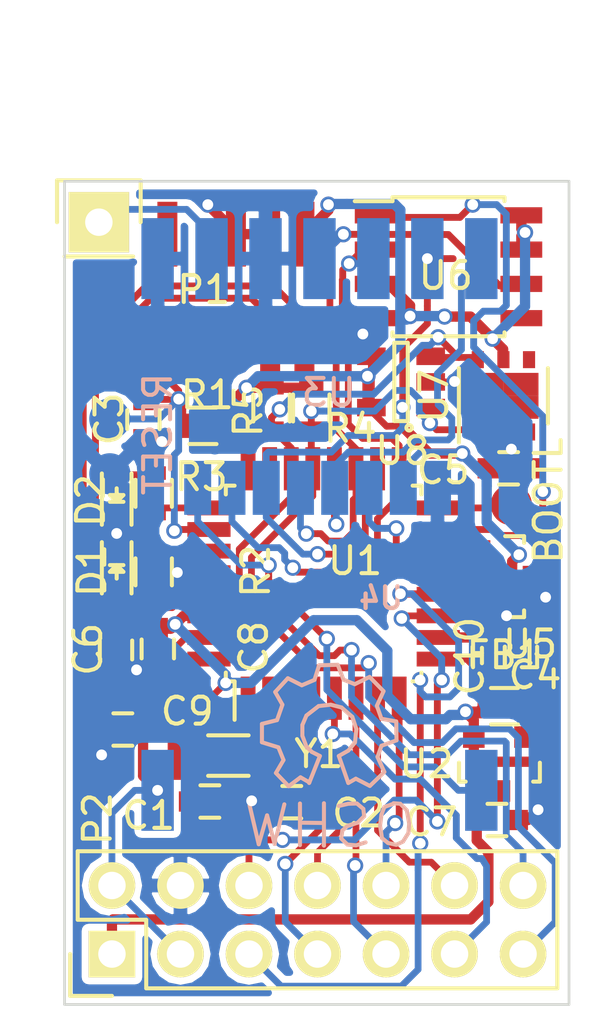
<source format=kicad_pcb>
(kicad_pcb (version 4) (host pcbnew 0.201603141345+6620~43~ubuntu15.10.1-product)

  (general
    (links 98)
    (no_connects 4)
    (area 86.472946 71.684268 120.459883 113.496301)
    (thickness 1.6)
    (drawings 6)
    (tracks 602)
    (zones 0)
    (modules 34)
    (nets 49)
  )

  (page A4)
  (title_block
    (title "Sensebender Micro 2")
    (date 2016-02-11)
    (company Mysensors.org)
    (comment 1 "Created by Thomas Bowman Mørch")
  )

  (layers
    (0 F.Cu signal)
    (31 B.Cu signal)
    (32 B.Adhes user hide)
    (33 F.Adhes user hide)
    (34 B.Paste user hide)
    (35 F.Paste user hide)
    (36 B.SilkS user)
    (37 F.SilkS user)
    (38 B.Mask user hide)
    (39 F.Mask user hide)
    (40 Dwgs.User user hide)
    (41 Cmts.User user hide)
    (42 Eco1.User user hide)
    (43 Eco2.User user hide)
    (44 Edge.Cuts user)
    (45 Margin user hide)
    (46 B.CrtYd user hide)
    (47 F.CrtYd user hide)
    (48 B.Fab user hide)
    (49 F.Fab user hide)
  )

  (setup
    (last_trace_width 0.254)
    (trace_clearance 0.2)
    (zone_clearance 0.254)
    (zone_45_only no)
    (trace_min 0.2)
    (segment_width 0.2)
    (edge_width 0.1)
    (via_size 0.6)
    (via_drill 0.4)
    (via_min_size 0.4)
    (via_min_drill 0.3)
    (uvia_size 0.3)
    (uvia_drill 0.1)
    (uvias_allowed no)
    (uvia_min_size 0)
    (uvia_min_drill 0)
    (pcb_text_width 0.3)
    (pcb_text_size 1.5 1.5)
    (mod_edge_width 0.15)
    (mod_text_size 1 1)
    (mod_text_width 0.15)
    (pad_size 3 1.2)
    (pad_drill 0)
    (pad_to_mask_clearance 0)
    (aux_axis_origin 89.0016 112.5982)
    (grid_origin 89.0016 112.5982)
    (visible_elements FFFFEF7F)
    (pcbplotparams
      (layerselection 0x00030_80000001)
      (usegerberextensions false)
      (excludeedgelayer true)
      (linewidth 0.100000)
      (plotframeref false)
      (viasonmask false)
      (mode 1)
      (useauxorigin false)
      (hpglpennumber 1)
      (hpglpenspeed 20)
      (hpglpendiameter 15)
      (psnegative false)
      (psa4output false)
      (plotreference true)
      (plotvalue true)
      (plotinvisibletext false)
      (padsonsilk false)
      (subtractmaskfromsilk false)
      (outputformat 1)
      (mirror false)
      (drillshape 1)
      (scaleselection 1)
      (outputdirectory ""))
  )

  (net 0 "")
  (net 1 GND)
  (net 2 "Net-(U1-Pad23)")
  (net 3 "Net-(U1-Pad24)")
  (net 4 "Net-(P1-Pad6)")
  (net 5 "Net-(P1-Pad8)")
  (net 6 "Net-(P1-Pad9)")
  (net 7 +3V3)
  (net 8 "Net-(U4-Pad3)")
  (net 9 "Net-(U4-Pad4)")
  (net 10 "Net-(U4-Pad5)")
  (net 11 "Net-(U4-Pad6)")
  (net 12 "Net-(U4-Pad7)")
  (net 13 "Net-(U4-Pad16)")
  (net 14 /V_RAW)
  (net 15 /MOSI)
  (net 16 /MISO)
  (net 17 /SCK)
  (net 18 /CSN)
  (net 19 /NRF_CE)
  (net 20 /IRQ)
  (net 21 /D6_PWM)
  (net 22 /D5_PWM)
  (net 23 /D4_INT)
  (net 24 /D3_INT)
  (net 25 /D1_DFM)
  (net 26 /D2_DTM)
  (net 27 /A1)
  (net 28 /A2)
  (net 29 "Net-(C1-Pad2)")
  (net 30 "Net-(C2-Pad2)")
  (net 31 /RESET)
  (net 32 /SWDIO)
  (net 33 /SWCLK)
  (net 34 /D8_SDA)
  (net 35 /D7_SCL)
  (net 36 "Net-(P3-Pad1)")
  (net 37 "Net-(D1-Pad2)")
  (net 38 "Net-(D2-Pad2)")
  (net 39 /SECURITY)
  (net 40 /FLS_CS)
  (net 41 "Net-(U7-Pad3)")
  (net 42 "Net-(U7-Pad4)")
  (net 43 "Net-(C6-Pad2)")
  (net 44 /BOOTMODE)
  (net 45 "Net-(R2-Pad1)")
  (net 46 "Net-(R3-Pad1)")
  (net 47 /RFM_RESET)
  (net 48 "Net-(C10-Pad1)")

  (net_class Default "This is the default net class."
    (clearance 0.2)
    (trace_width 0.254)
    (via_dia 0.6)
    (via_drill 0.4)
    (uvia_dia 0.3)
    (uvia_drill 0.1)
    (add_net /A1)
    (add_net /A2)
    (add_net /BOOTMODE)
    (add_net /CSN)
    (add_net /D1_DFM)
    (add_net /D2_DTM)
    (add_net /D3_INT)
    (add_net /D4_INT)
    (add_net /D5_PWM)
    (add_net /D6_PWM)
    (add_net /D7_SCL)
    (add_net /D8_SDA)
    (add_net /FLS_CS)
    (add_net /IRQ)
    (add_net /MISO)
    (add_net /MOSI)
    (add_net /NRF_CE)
    (add_net /RESET)
    (add_net /RFM_RESET)
    (add_net /SCK)
    (add_net /SECURITY)
    (add_net /SWCLK)
    (add_net /SWDIO)
    (add_net "Net-(C1-Pad2)")
    (add_net "Net-(C10-Pad1)")
    (add_net "Net-(C2-Pad2)")
    (add_net "Net-(C6-Pad2)")
    (add_net "Net-(D1-Pad2)")
    (add_net "Net-(D2-Pad2)")
    (add_net "Net-(P1-Pad6)")
    (add_net "Net-(P1-Pad8)")
    (add_net "Net-(P1-Pad9)")
    (add_net "Net-(P3-Pad1)")
    (add_net "Net-(R2-Pad1)")
    (add_net "Net-(R3-Pad1)")
    (add_net "Net-(U1-Pad23)")
    (add_net "Net-(U1-Pad24)")
    (add_net "Net-(U4-Pad16)")
    (add_net "Net-(U4-Pad3)")
    (add_net "Net-(U4-Pad4)")
    (add_net "Net-(U4-Pad5)")
    (add_net "Net-(U4-Pad6)")
    (add_net "Net-(U4-Pad7)")
    (add_net "Net-(U7-Pad3)")
    (add_net "Net-(U7-Pad4)")
  )

  (net_class power ""
    (clearance 0.2)
    (trace_width 0.381)
    (via_dia 0.6)
    (via_drill 0.4)
    (uvia_dia 0.3)
    (uvia_drill 0.1)
    (add_net +3V3)
    (add_net /V_RAW)
    (add_net GND)
  )

  (module mysensors_connectors:MYSX_1.3 (layer F.Cu) (tedit 55A3C1F6) (tstamp 55C12319)
    (at 90.75674 110.7313 90)
    (descr "Through hole pin header")
    (tags "pin header MYSX 1.3")
    (path /55C122DF)
    (fp_text reference P2 (at 5.0165 -0.53594 90) (layer F.SilkS)
      (effects (font (size 1 1) (thickness 0.15)))
    )
    (fp_text value MYSX_1.2 (at 1.27 18.542 90) (layer F.Fab)
      (effects (font (size 1 1) (thickness 0.15)))
    )
    (fp_text user 1.3 (at 2.54 -3.302 90) (layer Cmts.User)
      (effects (font (size 1 1) (thickness 0.15)))
    )
    (fp_line (start -2.54 -2.54) (end -2.54 17.78) (layer F.CrtYd) (width 0.05))
    (fp_line (start 5.08 -2.54) (end 5.08 17.78) (layer F.CrtYd) (width 0.05))
    (fp_line (start -2.54 -2.54) (end 5.08 -2.54) (layer F.CrtYd) (width 0.05))
    (fp_line (start -2.54 17.78) (end 5.08 17.78) (layer F.CrtYd) (width 0.05))
    (fp_line (start -1.27 1.27) (end -1.27 16.51) (layer F.SilkS) (width 0.15))
    (fp_line (start -1.27 16.51) (end 3.81 16.51) (layer F.SilkS) (width 0.15))
    (fp_line (start 3.81 16.51) (end 3.81 -1.27) (layer F.SilkS) (width 0.15))
    (fp_line (start 3.81 -1.27) (end 1.27 -1.27) (layer F.SilkS) (width 0.15))
    (fp_line (start 0 -1.55) (end -1.55 -1.55) (layer F.SilkS) (width 0.15))
    (fp_line (start 1.27 -1.27) (end 1.27 1.27) (layer F.SilkS) (width 0.15))
    (fp_line (start 1.27 1.27) (end -1.27 1.27) (layer F.SilkS) (width 0.15))
    (fp_line (start -1.55 -1.55) (end -1.55 0) (layer F.SilkS) (width 0.15))
    (pad 14 thru_hole oval (at 2.54 15.24 90) (size 1.7272 1.7272) (drill 1.016) (layers *.Cu *.Mask F.SilkS)
      (net 34 /D8_SDA))
    (pad 13 thru_hole oval (at 0 15.24 90) (size 1.7272 1.7272) (drill 1.016) (layers *.Cu *.Mask F.SilkS)
      (net 35 /D7_SCL))
    (pad 12 thru_hole oval (at 2.54 12.7 90) (size 1.7272 1.7272) (drill 1.016) (layers *.Cu *.Mask F.SilkS)
      (net 21 /D6_PWM))
    (pad 11 thru_hole oval (at 0 12.7 90) (size 1.7272 1.7272) (drill 1.016) (layers *.Cu *.Mask F.SilkS)
      (net 22 /D5_PWM))
    (pad 10 thru_hole oval (at 2.54 10.16 90) (size 1.7272 1.7272) (drill 1.016) (layers *.Cu *.Mask F.SilkS)
      (net 23 /D4_INT))
    (pad 9 thru_hole oval (at 0 10.16 90) (size 1.7272 1.7272) (drill 1.016) (layers *.Cu *.Mask F.SilkS)
      (net 24 /D3_INT))
    (pad 1 thru_hole rect (at 0 0 90) (size 1.7272 1.7272) (drill 1.016) (layers *.Cu *.Mask F.SilkS)
      (net 14 /V_RAW))
    (pad 2 thru_hole oval (at 2.54 0 90) (size 1.7272 1.7272) (drill 1.016) (layers *.Cu *.Mask F.SilkS)
      (net 7 +3V3))
    (pad 3 thru_hole oval (at 0 2.54 90) (size 1.7272 1.7272) (drill 1.016) (layers *.Cu *.Mask F.SilkS)
      (net 7 +3V3))
    (pad 4 thru_hole oval (at 2.54 2.54 90) (size 1.7272 1.7272) (drill 1.016) (layers *.Cu *.Mask F.SilkS)
      (net 1 GND))
    (pad 5 thru_hole oval (at 0 5.08 90) (size 1.7272 1.7272) (drill 1.016) (layers *.Cu *.Mask F.SilkS)
      (net 25 /D1_DFM))
    (pad 6 thru_hole oval (at 2.54 5.08 90) (size 1.7272 1.7272) (drill 1.016) (layers *.Cu *.Mask F.SilkS)
      (net 26 /D2_DTM))
    (pad 7 thru_hole oval (at 0 7.62 90) (size 1.7272 1.7272) (drill 1.016) (layers *.Cu *.Mask F.SilkS)
      (net 27 /A1))
    (pad 8 thru_hole oval (at 2.54 7.62 90) (size 1.7272 1.7272) (drill 1.016) (layers *.Cu *.Mask F.SilkS)
      (net 28 /A2))
    (model Pin_Headers.3dshapes/Pin_Header_Straight_2x06.wrl
      (at (xyz 0.05 -0.25 0))
      (scale (xyz 1 1 1))
      (rotate (xyz 0 0 90))
    )
    (model Pin_Headers.3dshapes/Pin_Header_Straight_2x07.wrl
      (at (xyz 0.05 -0.3 0))
      (scale (xyz 1 1 1))
      (rotate (xyz 0 0 90))
    )
  )

  (module LEDs:LED-0603 (layer F.Cu) (tedit 55BDE255) (tstamp 56B7A315)
    (at 90.932 96.5708 270)
    (descr "LED 0603 smd package")
    (tags "LED led 0603 SMD smd SMT smt smdled SMDLED smtled SMTLED")
    (path /56B7B443)
    (attr smd)
    (fp_text reference D1 (at -0.0508 0.9144 270) (layer F.SilkS)
      (effects (font (size 1 1) (thickness 0.15)))
    )
    (fp_text value LED (at 0 1.5 270) (layer F.Fab)
      (effects (font (size 1 1) (thickness 0.15)))
    )
    (fp_line (start -1.1 0.55) (end 0.8 0.55) (layer F.SilkS) (width 0.15))
    (fp_line (start -1.1 -0.55) (end 0.8 -0.55) (layer F.SilkS) (width 0.15))
    (fp_line (start -0.2 0) (end 0.25 0) (layer F.SilkS) (width 0.15))
    (fp_line (start -0.25 -0.25) (end -0.25 0.25) (layer F.SilkS) (width 0.15))
    (fp_line (start -0.25 0) (end 0 -0.25) (layer F.SilkS) (width 0.15))
    (fp_line (start 0 -0.25) (end 0 0.25) (layer F.SilkS) (width 0.15))
    (fp_line (start 0 0.25) (end -0.25 0) (layer F.SilkS) (width 0.15))
    (fp_line (start 1.4 -0.75) (end 1.4 0.75) (layer F.CrtYd) (width 0.05))
    (fp_line (start 1.4 0.75) (end -1.4 0.75) (layer F.CrtYd) (width 0.05))
    (fp_line (start -1.4 0.75) (end -1.4 -0.75) (layer F.CrtYd) (width 0.05))
    (fp_line (start -1.4 -0.75) (end 1.4 -0.75) (layer F.CrtYd) (width 0.05))
    (pad 2 smd rect (at 0.7493 0 90) (size 0.79756 0.79756) (layers F.Cu F.Paste F.Mask)
      (net 37 "Net-(D1-Pad2)"))
    (pad 1 smd rect (at -0.7493 0 90) (size 0.79756 0.79756) (layers F.Cu F.Paste F.Mask)
      (net 1 GND))
  )

  (module Measurement_Points:Measurement_Point_Round-SMD-Pad_Small (layer F.Cu) (tedit 56C59667) (tstamp 56BC641D)
    (at 105.5624 94.0816)
    (descr "Mesurement Point, Round, SMD Pad, DM 1.5mm,")
    (tags "Mesurement Point, Round, SMD Pad, DM 1.5mm,")
    (path /56BC6E9C)
    (fp_text reference W1 (at -1.4732 -0.0381) (layer F.Fab)
      (effects (font (size 1 1) (thickness 0.15)))
    )
    (fp_text value BOOTL (at 1.3716 -0.1524 90) (layer F.SilkS)
      (effects (font (size 1 1) (thickness 0.15)))
    )
    (pad 1 smd circle (at 0 0) (size 1.524 1.524) (layers F.Cu F.Paste F.Mask)
      (net 44 /BOOTMODE))
  )

  (module Capacitors_SMD:C_0603 (layer F.Cu) (tedit 5415D631) (tstamp 56BA6231)
    (at 92.456 99.4276 270)
    (descr "Capacitor SMD 0603, reflow soldering, AVX (see smccp.pdf)")
    (tags "capacitor 0603")
    (path /56BA7943)
    (attr smd)
    (fp_text reference C8 (at -0.0628 -3.556 270) (layer F.SilkS)
      (effects (font (size 1 1) (thickness 0.15)))
    )
    (fp_text value 100nF (at 0 1.9 270) (layer F.Fab)
      (effects (font (size 1 1) (thickness 0.15)))
    )
    (fp_line (start -1.45 -0.75) (end 1.45 -0.75) (layer F.CrtYd) (width 0.05))
    (fp_line (start -1.45 0.75) (end 1.45 0.75) (layer F.CrtYd) (width 0.05))
    (fp_line (start -1.45 -0.75) (end -1.45 0.75) (layer F.CrtYd) (width 0.05))
    (fp_line (start 1.45 -0.75) (end 1.45 0.75) (layer F.CrtYd) (width 0.05))
    (fp_line (start -0.35 -0.6) (end 0.35 -0.6) (layer F.SilkS) (width 0.15))
    (fp_line (start 0.35 0.6) (end -0.35 0.6) (layer F.SilkS) (width 0.15))
    (pad 1 smd rect (at -0.75 0 270) (size 0.8 0.75) (layers F.Cu F.Paste F.Mask)
      (net 7 +3V3))
    (pad 2 smd rect (at 0.75 0 270) (size 0.8 0.75) (layers F.Cu F.Paste F.Mask)
      (net 1 GND))
    (model Capacitors_SMD.3dshapes/C_0603.wrl
      (at (xyz 0 0 0))
      (scale (xyz 1 1 1))
      (rotate (xyz 0 0 0))
    )
  )

  (module Capacitors_SMD:C_0603 (layer F.Cu) (tedit 5415D631) (tstamp 56B796DE)
    (at 91.9226 90.932 270)
    (descr "Capacitor SMD 0603, reflow soldering, AVX (see smccp.pdf)")
    (tags "capacitor 0603")
    (path /56B79CB1)
    (attr smd)
    (fp_text reference C3 (at -0.0254 1.27 270) (layer F.SilkS)
      (effects (font (size 1 1) (thickness 0.15)))
    )
    (fp_text value 10nF (at 0 1.9 270) (layer F.Fab)
      (effects (font (size 1 1) (thickness 0.15)))
    )
    (fp_line (start -1.45 -0.75) (end 1.45 -0.75) (layer F.CrtYd) (width 0.05))
    (fp_line (start -1.45 0.75) (end 1.45 0.75) (layer F.CrtYd) (width 0.05))
    (fp_line (start -1.45 -0.75) (end -1.45 0.75) (layer F.CrtYd) (width 0.05))
    (fp_line (start 1.45 -0.75) (end 1.45 0.75) (layer F.CrtYd) (width 0.05))
    (fp_line (start -0.35 -0.6) (end 0.35 -0.6) (layer F.SilkS) (width 0.15))
    (fp_line (start 0.35 0.6) (end -0.35 0.6) (layer F.SilkS) (width 0.15))
    (pad 1 smd rect (at -0.75 0 270) (size 0.8 0.75) (layers F.Cu F.Paste F.Mask)
      (net 31 /RESET))
    (pad 2 smd rect (at 0.75 0 270) (size 0.8 0.75) (layers F.Cu F.Paste F.Mask)
      (net 1 GND))
    (model Capacitors_SMD.3dshapes/C_0603.wrl
      (at (xyz 0 0 0))
      (scale (xyz 1 1 1))
      (rotate (xyz 0 0 0))
    )
  )

  (module mysensors_radios:RFM69HW_SMD_Handsoldering (layer B.Cu) (tedit 56BBB4DA) (tstamp 55C1046F)
    (at 106.44886 103.26624 90)
    (descr RFM69HW)
    (tags "RFM69HW, RF69")
    (path /55C1045B)
    (fp_text reference U4 (at 5.72008 -5.71754 180) (layer B.SilkS)
      (effects (font (size 0.8 0.8) (thickness 0.16)) (justify mirror))
    )
    (fp_text value RFM69HW (at 8.382 -7.112 90) (layer B.Fab) hide
      (effects (font (size 0.8 0.8) (thickness 0.16)) (justify mirror))
    )
    (fp_line (start -3.4 -15) (end 20.3 -15) (layer B.CrtYd) (width 0.15))
    (fp_line (start 20.3 1) (end 20.3 -15) (layer B.CrtYd) (width 0.15))
    (fp_line (start -3.4 1) (end -3.4 -15) (layer B.CrtYd) (width 0.15))
    (fp_line (start -3.4 1) (end 20.3 1) (layer B.CrtYd) (width 0.15))
    (fp_line (start 20.3 1) (end 20.3 -15) (layer F.CrtYd) (width 0.15))
    (fp_line (start -3.4 1) (end -3.4 -15) (layer F.CrtYd) (width 0.15))
    (fp_line (start -3.4 -15) (end 20.3 -15) (layer F.CrtYd) (width 0.15))
    (fp_line (start -3.4 1) (end 20.3 1) (layer F.CrtYd) (width 0.15))
    (pad 1 smd rect (at -1.4 0 90) (size 3 1.2) (layers Dwgs.User)
      (net 47 /RFM_RESET))
    (pad 2 smd rect (at -1.4 -2 90) (size 3 1.2) (layers B.Cu B.Paste B.Mask)
      (net 20 /IRQ))
    (pad 3 smd rect (at -1.4 -4 90) (size 3 1.2) (layers Dwgs.User)
      (net 8 "Net-(U4-Pad3)"))
    (pad 4 smd rect (at -1.4 -6 90) (size 3 1.2) (layers Dwgs.User)
      (net 9 "Net-(U4-Pad4)"))
    (pad 5 smd rect (at -1.4 -8 90) (size 3 1.2) (layers Dwgs.User)
      (net 10 "Net-(U4-Pad5)") (zone_connect 0))
    (pad 6 smd rect (at -1.4 -10 90) (size 3 1.2) (layers Dwgs.User)
      (net 11 "Net-(U4-Pad6)"))
    (pad 7 smd rect (at -1.4 -12 90) (size 3 1.2) (layers Dwgs.User)
      (net 12 "Net-(U4-Pad7)"))
    (pad 8 smd rect (at -1.4 -14 90) (size 3 1.2) (layers B.Cu B.Paste B.Mask)
      (net 7 +3V3))
    (pad 9 smd rect (at 18.3 -14 90) (size 3 1.2) (layers B.Cu B.Paste B.Mask)
      (net 1 GND))
    (pad 10 smd rect (at 18.3 -12 90) (size 3 1.2) (layers B.Cu B.Paste B.Mask)
      (net 36 "Net-(P3-Pad1)"))
    (pad 11 smd rect (at 18.3 -10 90) (size 3 1.2) (layers B.Cu B.Paste B.Mask)
      (net 1 GND))
    (pad 12 smd rect (at 18.3 -8 90) (size 3 1.2) (layers B.Cu B.Paste B.Mask)
      (net 17 /SCK))
    (pad 13 smd rect (at 18.3 -6 90) (size 3 1.2) (layers B.Cu B.Paste B.Mask)
      (net 16 /MISO))
    (pad 14 smd rect (at 18.3 -4 90) (size 3 1.2) (layers B.Cu B.Paste B.Mask)
      (net 15 /MOSI))
    (pad 15 smd rect (at 18.3 -2 90) (size 3 1.2) (layers B.Cu B.Paste B.Mask)
      (net 18 /CSN))
    (pad 16 smd rect (at 18.3 0 90) (size 3 1.2) (layers Dwgs.User)
      (net 13 "Net-(U4-Pad16)"))
    (model mysensors.3dshapes/rfm69hw.wrl
      (at (xyz 0.332 -0.275 0.03))
      (scale (xyz 0.395 0.395 0.395))
      (rotate (xyz 0 0 180))
    )
    (model Crystals_Oscillators_SMD.3dshapes/crystal_FA238-TSX3225.wrl
      (at (xyz 0.332 -0.08 0.06))
      (scale (xyz 0.24 0.24 0.24))
      (rotate (xyz 0 0 90))
    )
    (model Housings_DFN_QFN.3dshapes/QFN-28-1EP_5x5mm_Pitch0.5mm.wrl
      (at (xyz 0.204 -0.445 0.06))
      (scale (xyz 1 1 1))
      (rotate (xyz 0 0 0))
    )
  )

  (module Resistors_SMD:R_0603 (layer F.Cu) (tedit 5415CC62) (tstamp 56B7A327)
    (at 92.3036 93.6618 90)
    (descr "Resistor SMD 0603, reflow soldering, Vishay (see dcrcw.pdf)")
    (tags "resistor 0603")
    (path /56B7B574)
    (attr smd)
    (fp_text reference R3 (at 0.6089 1.7653 180) (layer F.SilkS)
      (effects (font (size 1 1) (thickness 0.15)))
    )
    (fp_text value 220R (at 0 1.9 90) (layer F.Fab)
      (effects (font (size 1 1) (thickness 0.15)))
    )
    (fp_line (start -1.3 -0.8) (end 1.3 -0.8) (layer F.CrtYd) (width 0.05))
    (fp_line (start -1.3 0.8) (end 1.3 0.8) (layer F.CrtYd) (width 0.05))
    (fp_line (start -1.3 -0.8) (end -1.3 0.8) (layer F.CrtYd) (width 0.05))
    (fp_line (start 1.3 -0.8) (end 1.3 0.8) (layer F.CrtYd) (width 0.05))
    (fp_line (start 0.5 0.675) (end -0.5 0.675) (layer F.SilkS) (width 0.15))
    (fp_line (start -0.5 -0.675) (end 0.5 -0.675) (layer F.SilkS) (width 0.15))
    (pad 1 smd rect (at -0.75 0 90) (size 0.5 0.9) (layers F.Cu F.Paste F.Mask)
      (net 46 "Net-(R3-Pad1)"))
    (pad 2 smd rect (at 0.75 0 90) (size 0.5 0.9) (layers F.Cu F.Paste F.Mask)
      (net 38 "Net-(D2-Pad2)"))
    (model Resistors_SMD.3dshapes/R_0603.wrl
      (at (xyz 0 0 0))
      (scale (xyz 1 1 1))
      (rotate (xyz 0 0 0))
    )
  )

  (module mysensors_connectors:Cortex_M_Debug_Connector (layer F.Cu) (tedit 55A2B348) (tstamp 55C100BB)
    (at 95.3516 85.9652 180)
    (path /55BFB0F1)
    (fp_text reference P1 (at 1.1938 -0.1524 180) (layer F.SilkS)
      (effects (font (size 1 1) (thickness 0.15)))
    )
    (fp_text value Debug (at 0.127 -6.604 180) (layer F.Fab)
      (effects (font (size 1 1) (thickness 0.15)))
    )
    (pad 1 smd rect (at -2.54 1.905 180) (size 0.74 2.4) (layers F.Cu F.Paste F.Mask)
      (net 7 +3V3))
    (pad 2 smd rect (at -2.54 -1.995 180) (size 0.74 2.4) (layers F.Cu F.Paste F.Mask)
      (net 32 /SWDIO))
    (pad 3 smd rect (at -1.27 1.905 180) (size 0.74 2.4) (layers F.Cu F.Paste F.Mask)
      (net 1 GND))
    (pad 4 smd rect (at -1.27 -1.995 180) (size 0.74 2.4) (layers F.Cu F.Paste F.Mask)
      (net 33 /SWCLK))
    (pad 5 smd rect (at 0 1.905 180) (size 0.74 2.4) (layers F.Cu F.Paste F.Mask)
      (net 1 GND))
    (pad 6 smd rect (at 0 -1.995 180) (size 0.74 2.4) (layers F.Cu F.Paste F.Mask)
      (net 4 "Net-(P1-Pad6)"))
    (pad 8 smd rect (at 1.27 -1.995 180) (size 0.74 2.4) (layers F.Cu F.Paste F.Mask)
      (net 5 "Net-(P1-Pad8)"))
    (pad 9 smd rect (at 2.54 1.905 180) (size 0.74 2.4) (layers F.Cu F.Paste F.Mask)
      (net 6 "Net-(P1-Pad9)"))
    (pad 10 smd rect (at 2.54 -1.995 180) (size 0.74 2.4) (layers F.Cu F.Paste F.Mask)
      (net 31 /RESET))
    (model mysensors.3dshapes/w.lain.3dshapes/conn_ftsh/FTSH-105-01-L-DV.wrl
      (at (xyz 0 0 0))
      (scale (xyz 1 1 1))
      (rotate (xyz 0 0 0))
    )
  )

  (module LEDs:LED-0603 (layer F.Cu) (tedit 55BDE255) (tstamp 56B7A31B)
    (at 90.932 93.726 90)
    (descr "LED 0603 smd package")
    (tags "LED led 0603 SMD smd SMT smt smdled SMDLED smtled SMTLED")
    (path /56B7B2DC)
    (attr smd)
    (fp_text reference D2 (at -0.2032 -0.9652 90) (layer F.SilkS)
      (effects (font (size 1 1) (thickness 0.15)))
    )
    (fp_text value LED (at 0 1.5 90) (layer F.Fab)
      (effects (font (size 1 1) (thickness 0.15)))
    )
    (fp_line (start -1.1 0.55) (end 0.8 0.55) (layer F.SilkS) (width 0.15))
    (fp_line (start -1.1 -0.55) (end 0.8 -0.55) (layer F.SilkS) (width 0.15))
    (fp_line (start -0.2 0) (end 0.25 0) (layer F.SilkS) (width 0.15))
    (fp_line (start -0.25 -0.25) (end -0.25 0.25) (layer F.SilkS) (width 0.15))
    (fp_line (start -0.25 0) (end 0 -0.25) (layer F.SilkS) (width 0.15))
    (fp_line (start 0 -0.25) (end 0 0.25) (layer F.SilkS) (width 0.15))
    (fp_line (start 0 0.25) (end -0.25 0) (layer F.SilkS) (width 0.15))
    (fp_line (start 1.4 -0.75) (end 1.4 0.75) (layer F.CrtYd) (width 0.05))
    (fp_line (start 1.4 0.75) (end -1.4 0.75) (layer F.CrtYd) (width 0.05))
    (fp_line (start -1.4 0.75) (end -1.4 -0.75) (layer F.CrtYd) (width 0.05))
    (fp_line (start -1.4 -0.75) (end 1.4 -0.75) (layer F.CrtYd) (width 0.05))
    (pad 2 smd rect (at 0.7493 0 270) (size 0.79756 0.79756) (layers F.Cu F.Paste F.Mask)
      (net 38 "Net-(D2-Pad2)"))
    (pad 1 smd rect (at -0.7493 0 270) (size 0.79756 0.79756) (layers F.Cu F.Paste F.Mask)
      (net 1 GND))
  )

  (module mysensors_radios:NRF24L01-SMD (layer B.Cu) (tedit 56BA1717) (tstamp 56B776A1)
    (at 98.425 84.7598 180)
    (path /55C100D1)
    (fp_text reference U3 (at -0.36576 -5.17144 180) (layer B.SilkS)
      (effects (font (size 1 1) (thickness 0.15)) (justify mirror))
    )
    (fp_text value NRF24L01 (at 0 4.8 180) (layer B.Fab)
      (effects (font (size 1 1) (thickness 0.15)) (justify mirror))
    )
    (fp_line (start -6 2.8) (end 6 2.8) (layer B.CrtYd) (width 0.15))
    (fp_line (start -6 -8.7) (end -6 9.3) (layer B.CrtYd) (width 0.15))
    (fp_line (start 6 -8.7) (end -6 -8.7) (layer B.CrtYd) (width 0.15))
    (fp_line (start 6 9.3) (end 6 -8.7) (layer B.CrtYd) (width 0.15))
    (fp_line (start -6 9.3) (end 6 9.3) (layer B.CrtYd) (width 0.15))
    (pad 1 smd rect (at -4.4 -8.7 180) (size 1 2) (layers B.Cu B.Paste B.Mask)
      (net 1 GND))
    (pad 2 smd rect (at -3.13 -8.7 180) (size 1 2) (layers B.Cu B.Paste B.Mask)
      (net 7 +3V3))
    (pad 3 smd rect (at -1.86 -8.7 180) (size 1 2) (layers B.Cu B.Paste B.Mask)
      (net 19 /NRF_CE))
    (pad 4 smd rect (at -0.59 -8.7 180) (size 1 2) (layers B.Cu B.Paste B.Mask)
      (net 18 /CSN))
    (pad 5 smd rect (at 0.68 -8.7 180) (size 1 2) (layers B.Cu B.Paste B.Mask)
      (net 17 /SCK))
    (pad 6 smd rect (at 1.95 -8.7 180) (size 1 2) (layers B.Cu B.Paste B.Mask)
      (net 15 /MOSI))
    (pad 7 smd rect (at 3.22 -8.7 180) (size 1 2) (layers B.Cu B.Paste B.Mask)
      (net 16 /MISO))
    (pad 8 smd rect (at 4.49 -8.7 180) (size 1 2) (layers B.Cu B.Paste B.Mask)
      (net 20 /IRQ))
  )

  (module Resistors_SMD:R_0603 (layer F.Cu) (tedit 5415CC62) (tstamp 56B796E4)
    (at 94.1324 91.1606 180)
    (descr "Resistor SMD 0603, reflow soldering, Vishay (see dcrcw.pdf)")
    (tags "resistor 0603")
    (path /56B79C54)
    (attr smd)
    (fp_text reference R1 (at -0.1524 1.143 180) (layer F.SilkS)
      (effects (font (size 1 1) (thickness 0.15)))
    )
    (fp_text value 100K (at 0 1.9 180) (layer F.Fab)
      (effects (font (size 1 1) (thickness 0.15)))
    )
    (fp_line (start -1.3 -0.8) (end 1.3 -0.8) (layer F.CrtYd) (width 0.05))
    (fp_line (start -1.3 0.8) (end 1.3 0.8) (layer F.CrtYd) (width 0.05))
    (fp_line (start -1.3 -0.8) (end -1.3 0.8) (layer F.CrtYd) (width 0.05))
    (fp_line (start 1.3 -0.8) (end 1.3 0.8) (layer F.CrtYd) (width 0.05))
    (fp_line (start 0.5 0.675) (end -0.5 0.675) (layer F.SilkS) (width 0.15))
    (fp_line (start -0.5 -0.675) (end 0.5 -0.675) (layer F.SilkS) (width 0.15))
    (pad 1 smd rect (at -0.75 0 180) (size 0.5 0.9) (layers F.Cu F.Paste F.Mask)
      (net 7 +3V3))
    (pad 2 smd rect (at 0.75 0 180) (size 0.5 0.9) (layers F.Cu F.Paste F.Mask)
      (net 31 /RESET))
    (model Resistors_SMD.3dshapes/R_0603.wrl
      (at (xyz 0 0 0))
      (scale (xyz 1 1 1))
      (rotate (xyz 0 0 0))
    )
  )

  (module TO_SOT_Packages_SMD:SOT-23 (layer F.Cu) (tedit 553634F8) (tstamp 56B7A821)
    (at 105.3846 96.7486 270)
    (descr "SOT-23, Standard")
    (tags SOT-23)
    (path /56B7BA20)
    (attr smd)
    (fp_text reference U5 (at 2.5019 -0.87122 360) (layer F.SilkS)
      (effects (font (size 1 1) (thickness 0.15)))
    )
    (fp_text value ATSHA204A (at 0 2.3 270) (layer F.Fab)
      (effects (font (size 1 1) (thickness 0.15)))
    )
    (fp_line (start -1.65 -1.6) (end 1.65 -1.6) (layer F.CrtYd) (width 0.05))
    (fp_line (start 1.65 -1.6) (end 1.65 1.6) (layer F.CrtYd) (width 0.05))
    (fp_line (start 1.65 1.6) (end -1.65 1.6) (layer F.CrtYd) (width 0.05))
    (fp_line (start -1.65 1.6) (end -1.65 -1.6) (layer F.CrtYd) (width 0.05))
    (fp_line (start 1.29916 -0.65024) (end 1.2509 -0.65024) (layer F.SilkS) (width 0.15))
    (fp_line (start -1.49982 0.0508) (end -1.49982 -0.65024) (layer F.SilkS) (width 0.15))
    (fp_line (start -1.49982 -0.65024) (end -1.2509 -0.65024) (layer F.SilkS) (width 0.15))
    (fp_line (start 1.29916 -0.65024) (end 1.49982 -0.65024) (layer F.SilkS) (width 0.15))
    (fp_line (start 1.49982 -0.65024) (end 1.49982 0.0508) (layer F.SilkS) (width 0.15))
    (pad 1 smd rect (at -0.95 1.00076 270) (size 0.8001 0.8001) (layers F.Cu F.Paste F.Mask)
      (net 39 /SECURITY))
    (pad 2 smd rect (at 0.95 1.00076 270) (size 0.8001 0.8001) (layers F.Cu F.Paste F.Mask)
      (net 7 +3V3))
    (pad 3 smd rect (at 0 -0.99822 270) (size 0.8001 0.8001) (layers F.Cu F.Paste F.Mask)
      (net 1 GND))
    (model TO_SOT_Packages_SMD.3dshapes/SOT-23.wrl
      (at (xyz 0 0 0))
      (scale (xyz 1 1 1))
      (rotate (xyz 0 0 0))
    )
  )

  (module Housings_DFN_QFN:DFN-6-1EP_3x3mm_Pitch0.95mm (layer F.Cu) (tedit 54130A77) (tstamp 56B7AC81)
    (at 105.268 90.0498 90)
    (descr "DFN6 3*3 MM, 0.95 PITCH; CASE 506AH-01 (see ON Semiconductor 506AH.PDF)")
    (tags "DFN 0.95")
    (path /56B7AF7E)
    (clearance 0.127)
    (attr smd)
    (fp_text reference U7 (at 0 -2.575 90) (layer F.SilkS)
      (effects (font (size 1 1) (thickness 0.15)))
    )
    (fp_text value Si7021 (at 0 2.575 90) (layer F.Fab)
      (effects (font (size 1 1) (thickness 0.15)))
    )
    (fp_line (start -1.9 -1.85) (end -1.9 1.85) (layer F.CrtYd) (width 0.05))
    (fp_line (start 1.9 -1.85) (end 1.9 1.85) (layer F.CrtYd) (width 0.05))
    (fp_line (start -1.9 -1.85) (end 1.9 -1.85) (layer F.CrtYd) (width 0.05))
    (fp_line (start -1.9 1.85) (end 1.9 1.85) (layer F.CrtYd) (width 0.05))
    (fp_line (start -1.025 1.65) (end 1.025 1.65) (layer F.SilkS) (width 0.15))
    (fp_line (start -1.73 -1.65) (end 1.025 -1.65) (layer F.SilkS) (width 0.15))
    (pad 1 smd rect (at -1.34 -0.95 90) (size 0.63 0.45) (layers F.Cu F.Paste F.Mask)
      (net 34 /D8_SDA))
    (pad 2 smd rect (at -1.34 0 90) (size 0.63 0.45) (layers F.Cu F.Paste F.Mask)
      (net 1 GND))
    (pad 3 smd rect (at -1.34 0.95 90) (size 0.63 0.45) (layers F.Cu F.Paste F.Mask)
      (net 41 "Net-(U7-Pad3)"))
    (pad 4 smd rect (at 1.34 0.95 90) (size 0.63 0.45) (layers F.Cu F.Paste F.Mask)
      (net 42 "Net-(U7-Pad4)"))
    (pad 5 smd rect (at 1.34 0 90) (size 0.63 0.45) (layers F.Cu F.Paste F.Mask)
      (net 7 +3V3))
    (pad 6 smd rect (at 1.34 -0.95 90) (size 0.63 0.45) (layers F.Cu F.Paste F.Mask)
      (net 35 /D7_SCL))
    (pad 7 smd rect (at 0.425 0.65 90) (size 0.85 1.3) (layers F.Cu F.Paste F.Mask)
      (solder_paste_margin_ratio -0.2))
    (pad 7 smd rect (at 0.425 -0.65 90) (size 0.85 1.3) (layers F.Cu F.Paste F.Mask)
      (solder_paste_margin_ratio -0.2))
    (pad 7 smd rect (at -0.425 0.65 90) (size 0.85 1.3) (layers F.Cu F.Paste F.Mask)
      (solder_paste_margin_ratio -0.2))
    (pad 7 smd rect (at -0.425 -0.65 90) (size 0.85 1.3) (layers F.Cu F.Paste F.Mask)
      (solder_paste_margin_ratio -0.2))
    (model Housings_DFN_QFN.3dshapes/DFN-6-1EP_3x3mm_Pitch0.95mm.wrl
      (at (xyz 0 0 0))
      (scale (xyz 1 1 1))
      (rotate (xyz 0 0 0))
    )
  )

  (module Resistors_SMD:R_0603 (layer F.Cu) (tedit 5415CC62) (tstamp 56B7AC73)
    (at 96.6724 90.5002 270)
    (descr "Resistor SMD 0603, reflow soldering, Vishay (see dcrcw.pdf)")
    (tags "resistor 0603")
    (path /56B7B40F)
    (attr smd)
    (fp_text reference R5 (at 0.1016 0.8636 450) (layer F.SilkS)
      (effects (font (size 1 1) (thickness 0.15)))
    )
    (fp_text value 4k7 (at 0 1.9 270) (layer F.Fab)
      (effects (font (size 1 1) (thickness 0.15)))
    )
    (fp_line (start -1.3 -0.8) (end 1.3 -0.8) (layer F.CrtYd) (width 0.05))
    (fp_line (start -1.3 0.8) (end 1.3 0.8) (layer F.CrtYd) (width 0.05))
    (fp_line (start -1.3 -0.8) (end -1.3 0.8) (layer F.CrtYd) (width 0.05))
    (fp_line (start 1.3 -0.8) (end 1.3 0.8) (layer F.CrtYd) (width 0.05))
    (fp_line (start 0.5 0.675) (end -0.5 0.675) (layer F.SilkS) (width 0.15))
    (fp_line (start -0.5 -0.675) (end 0.5 -0.675) (layer F.SilkS) (width 0.15))
    (pad 1 smd rect (at -0.75 0 270) (size 0.5 0.9) (layers F.Cu F.Paste F.Mask)
      (net 7 +3V3))
    (pad 2 smd rect (at 0.75 0 270) (size 0.5 0.9) (layers F.Cu F.Paste F.Mask)
      (net 35 /D7_SCL))
    (model Resistors_SMD.3dshapes/R_0603.wrl
      (at (xyz 0 0 0))
      (scale (xyz 1 1 1))
      (rotate (xyz 0 0 0))
    )
  )

  (module Resistors_SMD:R_0603 (layer F.Cu) (tedit 5415CC62) (tstamp 56B7AC6D)
    (at 98.1456 90.5002 270)
    (descr "Resistor SMD 0603, reflow soldering, Vishay (see dcrcw.pdf)")
    (tags "resistor 0603")
    (path /56B7B376)
    (attr smd)
    (fp_text reference R4 (at 0.762 -1.4478 360) (layer F.SilkS)
      (effects (font (size 1 1) (thickness 0.15)))
    )
    (fp_text value 4k7 (at 0 1.9 270) (layer F.Fab)
      (effects (font (size 1 1) (thickness 0.15)))
    )
    (fp_line (start -1.3 -0.8) (end 1.3 -0.8) (layer F.CrtYd) (width 0.05))
    (fp_line (start -1.3 0.8) (end 1.3 0.8) (layer F.CrtYd) (width 0.05))
    (fp_line (start -1.3 -0.8) (end -1.3 0.8) (layer F.CrtYd) (width 0.05))
    (fp_line (start 1.3 -0.8) (end 1.3 0.8) (layer F.CrtYd) (width 0.05))
    (fp_line (start 0.5 0.675) (end -0.5 0.675) (layer F.SilkS) (width 0.15))
    (fp_line (start -0.5 -0.675) (end 0.5 -0.675) (layer F.SilkS) (width 0.15))
    (pad 1 smd rect (at -0.75 0 270) (size 0.5 0.9) (layers F.Cu F.Paste F.Mask)
      (net 7 +3V3))
    (pad 2 smd rect (at 0.75 0 270) (size 0.5 0.9) (layers F.Cu F.Paste F.Mask)
      (net 34 /D8_SDA))
    (model Resistors_SMD.3dshapes/R_0603.wrl
      (at (xyz 0 0 0))
      (scale (xyz 1 1 1))
      (rotate (xyz 0 0 0))
    )
  )

  (module Housings_SOIC:SOIC-8_3.9x4.9mm_Pitch1.27mm (layer F.Cu) (tedit 54130A77) (tstamp 56B7A6D2)
    (at 103.2332 85.2678)
    (descr "8-Lead Plastic Small Outline (SN) - Narrow, 3.90 mm Body [SOIC] (see Microchip Packaging Specification 00000049BS.pdf)")
    (tags "SOIC 1.27")
    (path /56B7C268)
    (attr smd)
    (fp_text reference U6 (at -0.1016 0.3302) (layer F.SilkS)
      (effects (font (size 1 1) (thickness 0.15)))
    )
    (fp_text value AT25DF512C (at 0 3.5) (layer F.Fab)
      (effects (font (size 1 1) (thickness 0.15)))
    )
    (fp_line (start -3.75 -2.75) (end -3.75 2.75) (layer F.CrtYd) (width 0.05))
    (fp_line (start 3.75 -2.75) (end 3.75 2.75) (layer F.CrtYd) (width 0.05))
    (fp_line (start -3.75 -2.75) (end 3.75 -2.75) (layer F.CrtYd) (width 0.05))
    (fp_line (start -3.75 2.75) (end 3.75 2.75) (layer F.CrtYd) (width 0.05))
    (fp_line (start -2.075 -2.575) (end -2.075 -2.43) (layer F.SilkS) (width 0.15))
    (fp_line (start 2.075 -2.575) (end 2.075 -2.43) (layer F.SilkS) (width 0.15))
    (fp_line (start 2.075 2.575) (end 2.075 2.43) (layer F.SilkS) (width 0.15))
    (fp_line (start -2.075 2.575) (end -2.075 2.43) (layer F.SilkS) (width 0.15))
    (fp_line (start -2.075 -2.575) (end 2.075 -2.575) (layer F.SilkS) (width 0.15))
    (fp_line (start -2.075 2.575) (end 2.075 2.575) (layer F.SilkS) (width 0.15))
    (fp_line (start -2.075 -2.43) (end -3.475 -2.43) (layer F.SilkS) (width 0.15))
    (pad 1 smd rect (at -2.7 -1.905) (size 1.55 0.6) (layers F.Cu F.Paste F.Mask)
      (net 40 /FLS_CS))
    (pad 2 smd rect (at -2.7 -0.635) (size 1.55 0.6) (layers F.Cu F.Paste F.Mask)
      (net 16 /MISO))
    (pad 3 smd rect (at -2.7 0.635) (size 1.55 0.6) (layers F.Cu F.Paste F.Mask)
      (net 7 +3V3))
    (pad 4 smd rect (at -2.7 1.905) (size 1.55 0.6) (layers F.Cu F.Paste F.Mask)
      (net 1 GND))
    (pad 5 smd rect (at 2.7 1.905) (size 1.55 0.6) (layers F.Cu F.Paste F.Mask)
      (net 15 /MOSI))
    (pad 6 smd rect (at 2.7 0.635) (size 1.55 0.6) (layers F.Cu F.Paste F.Mask)
      (net 17 /SCK))
    (pad 7 smd rect (at 2.7 -0.635) (size 1.55 0.6) (layers F.Cu F.Paste F.Mask)
      (net 7 +3V3))
    (pad 8 smd rect (at 2.7 -1.905) (size 1.55 0.6) (layers F.Cu F.Paste F.Mask)
      (net 7 +3V3))
    (model Housings_SOIC.3dshapes/SOIC-8_3.9x4.9mm_Pitch1.27mm.wrl
      (at (xyz 0 0 0))
      (scale (xyz 1 1 1))
      (rotate (xyz 0 0 0))
    )
  )

  (module Resistors_SMD:R_0603 (layer F.Cu) (tedit 5415CC62) (tstamp 56B7A321)
    (at 92.3036 96.5708 270)
    (descr "Resistor SMD 0603, reflow soldering, Vishay (see dcrcw.pdf)")
    (tags "resistor 0603")
    (path /56B7B52F)
    (attr smd)
    (fp_text reference R2 (at -0.0254 -3.7846 270) (layer F.SilkS)
      (effects (font (size 1 1) (thickness 0.15)))
    )
    (fp_text value 220R (at 0 1.9 270) (layer F.Fab)
      (effects (font (size 1 1) (thickness 0.15)))
    )
    (fp_line (start -1.3 -0.8) (end 1.3 -0.8) (layer F.CrtYd) (width 0.05))
    (fp_line (start -1.3 0.8) (end 1.3 0.8) (layer F.CrtYd) (width 0.05))
    (fp_line (start -1.3 -0.8) (end -1.3 0.8) (layer F.CrtYd) (width 0.05))
    (fp_line (start 1.3 -0.8) (end 1.3 0.8) (layer F.CrtYd) (width 0.05))
    (fp_line (start 0.5 0.675) (end -0.5 0.675) (layer F.SilkS) (width 0.15))
    (fp_line (start -0.5 -0.675) (end 0.5 -0.675) (layer F.SilkS) (width 0.15))
    (pad 1 smd rect (at -0.75 0 270) (size 0.5 0.9) (layers F.Cu F.Paste F.Mask)
      (net 45 "Net-(R2-Pad1)"))
    (pad 2 smd rect (at 0.75 0 270) (size 0.5 0.9) (layers F.Cu F.Paste F.Mask)
      (net 37 "Net-(D1-Pad2)"))
    (model Resistors_SMD.3dshapes/R_0603.wrl
      (at (xyz 0 0 0))
      (scale (xyz 1 1 1))
      (rotate (xyz 0 0 0))
    )
  )

  (module Pin_Headers:Pin_Header_Straight_1x01 (layer F.Cu) (tedit 56C59567) (tstamp 56B79FB7)
    (at 90.2716 83.6168)
    (descr "Through hole pin header")
    (tags "pin header")
    (path /56B7B00E)
    (fp_text reference P3 (at 0 2.4638) (layer F.Fab) hide
      (effects (font (size 1 1) (thickness 0.15)))
    )
    (fp_text value Antenna (at 0 -3.1) (layer F.Fab)
      (effects (font (size 1 1) (thickness 0.15)))
    )
    (fp_line (start 1.55 -1.55) (end 1.55 0) (layer F.SilkS) (width 0.15))
    (fp_line (start -1.75 -1.75) (end -1.75 1.75) (layer F.CrtYd) (width 0.05))
    (fp_line (start 1.75 -1.75) (end 1.75 1.75) (layer F.CrtYd) (width 0.05))
    (fp_line (start -1.75 -1.75) (end 1.75 -1.75) (layer F.CrtYd) (width 0.05))
    (fp_line (start -1.75 1.75) (end 1.75 1.75) (layer F.CrtYd) (width 0.05))
    (fp_line (start -1.55 0) (end -1.55 -1.55) (layer F.SilkS) (width 0.15))
    (fp_line (start -1.55 -1.55) (end 1.55 -1.55) (layer F.SilkS) (width 0.15))
    (fp_line (start -1.27 1.27) (end 1.27 1.27) (layer F.SilkS) (width 0.15))
    (pad 1 thru_hole rect (at 0 0) (size 2.2352 2.2352) (drill 1.016) (layers *.Cu *.Mask F.SilkS)
      (net 36 "Net-(P3-Pad1)"))
    (model Pin_Headers.3dshapes/Pin_Header_Straight_1x01.wrl
      (at (xyz 0 0 0))
      (scale (xyz 1 1 1))
      (rotate (xyz 0 0 90))
    )
  )

  (module mysensors_obscurities:XTAL_3.2x1.5mm (layer F.Cu) (tedit 55B4F766) (tstamp 56B79C77)
    (at 95.0722 103.378)
    (descr "XTAL 3.2 x 1.5mm footprint")
    (tags Xtal)
    (path /56B787C8)
    (fp_text reference Y1 (at 3.3542 -0.0635) (layer F.SilkS)
      (effects (font (size 1 1) (thickness 0.15)))
    )
    (fp_text value 32Khz (at 0 1.8) (layer F.Fab)
      (effects (font (size 1 1) (thickness 0.15)))
    )
    (fp_line (start 1.6 0.75) (end 1.6 -0.75) (layer F.CrtYd) (width 0.05))
    (fp_line (start -1.6 -0.75) (end -1.6 0.75) (layer F.CrtYd) (width 0.05))
    (fp_line (start -1.6 0.75) (end 1.6 0.75) (layer F.CrtYd) (width 0.05))
    (fp_line (start -1.6 -0.75) (end 1.6 -0.75) (layer F.CrtYd) (width 0.05))
    (fp_line (start -0.75 -0.75) (end 0.75 -0.75) (layer F.SilkS) (width 0.15))
    (fp_line (start -0.75 0.75) (end 0.75 0.75) (layer F.SilkS) (width 0.15))
    (pad 1 smd rect (at -1.5 0) (size 1.5 1.8) (layers F.Cu F.Paste F.Mask)
      (net 29 "Net-(C1-Pad2)"))
    (pad 2 smd rect (at 1.5 0) (size 1.5 1.8) (layers F.Cu F.Paste F.Mask)
      (net 30 "Net-(C2-Pad2)"))
    (model mysensors.3dshapes/w.lain.3dshapes/crystal/crystal_smd_5x3.2mm.wrl
      (at (xyz 0 0 0))
      (scale (xyz 0.64 0.5 1))
      (rotate (xyz 0 0 0))
    )
  )

  (module Capacitors_SMD:C_0603 (layer F.Cu) (tedit 5415D631) (tstamp 56B79732)
    (at 94.3864 105.0798 180)
    (descr "Capacitor SMD 0603, reflow soldering, AVX (see smccp.pdf)")
    (tags "capacitor 0603")
    (path /56B78760)
    (attr smd)
    (fp_text reference C1 (at 2.2733 -0.5207 180) (layer F.SilkS)
      (effects (font (size 1 1) (thickness 0.15)))
    )
    (fp_text value 100nF (at 0 1.9 180) (layer F.Fab)
      (effects (font (size 1 1) (thickness 0.15)))
    )
    (fp_line (start -1.45 -0.75) (end 1.45 -0.75) (layer F.CrtYd) (width 0.05))
    (fp_line (start -1.45 0.75) (end 1.45 0.75) (layer F.CrtYd) (width 0.05))
    (fp_line (start -1.45 -0.75) (end -1.45 0.75) (layer F.CrtYd) (width 0.05))
    (fp_line (start 1.45 -0.75) (end 1.45 0.75) (layer F.CrtYd) (width 0.05))
    (fp_line (start -0.35 -0.6) (end 0.35 -0.6) (layer F.SilkS) (width 0.15))
    (fp_line (start 0.35 0.6) (end -0.35 0.6) (layer F.SilkS) (width 0.15))
    (pad 1 smd rect (at -0.75 0 180) (size 0.8 0.75) (layers F.Cu F.Paste F.Mask)
      (net 1 GND))
    (pad 2 smd rect (at 0.75 0 180) (size 0.8 0.75) (layers F.Cu F.Paste F.Mask)
      (net 29 "Net-(C1-Pad2)"))
    (model Capacitors_SMD.3dshapes/C_0603.wrl
      (at (xyz 0 0 0))
      (scale (xyz 1 1 1))
      (rotate (xyz 0 0 0))
    )
  )

  (module Capacitors_SMD:C_0603 (layer F.Cu) (tedit 5415D631) (tstamp 56B79721)
    (at 97.4217 105.1052)
    (descr "Capacitor SMD 0603, reflow soldering, AVX (see smccp.pdf)")
    (tags "capacitor 0603")
    (path /56B7879B)
    (attr smd)
    (fp_text reference C2 (at 2.4765 0.4064) (layer F.SilkS)
      (effects (font (size 1 1) (thickness 0.15)))
    )
    (fp_text value 100nF (at 0 1.9) (layer F.Fab)
      (effects (font (size 1 1) (thickness 0.15)))
    )
    (fp_line (start -1.45 -0.75) (end 1.45 -0.75) (layer F.CrtYd) (width 0.05))
    (fp_line (start -1.45 0.75) (end 1.45 0.75) (layer F.CrtYd) (width 0.05))
    (fp_line (start -1.45 -0.75) (end -1.45 0.75) (layer F.CrtYd) (width 0.05))
    (fp_line (start 1.45 -0.75) (end 1.45 0.75) (layer F.CrtYd) (width 0.05))
    (fp_line (start -0.35 -0.6) (end 0.35 -0.6) (layer F.SilkS) (width 0.15))
    (fp_line (start 0.35 0.6) (end -0.35 0.6) (layer F.SilkS) (width 0.15))
    (pad 1 smd rect (at -0.75 0) (size 0.8 0.75) (layers F.Cu F.Paste F.Mask)
      (net 1 GND))
    (pad 2 smd rect (at 0.75 0) (size 0.8 0.75) (layers F.Cu F.Paste F.Mask)
      (net 30 "Net-(C2-Pad2)"))
    (model Capacitors_SMD.3dshapes/C_0603.wrl
      (at (xyz 0 0 0))
      (scale (xyz 1 1 1))
      (rotate (xyz 0 0 0))
    )
  )

  (module Housings_QFP:TQFP-32_7x7mm_Pitch0.8mm (layer F.Cu) (tedit 54130A77) (tstamp 55C100EC)
    (at 98.6028 97.0026 90)
    (descr "32-Lead Plastic Thin Quad Flatpack (PT) - 7x7x1.0 mm Body, 2.00 mm [TQFP] (see Microchip Packaging Specification 00000049BS.pdf)")
    (tags "QFP 0.8")
    (path /56B7791C)
    (attr smd)
    (fp_text reference U1 (at 0.8382 1.1684 180) (layer F.SilkS)
      (effects (font (size 1 1) (thickness 0.15)))
    )
    (fp_text value ATSAMD21E (at 0 6.05 90) (layer F.Fab)
      (effects (font (size 1 1) (thickness 0.15)))
    )
    (fp_line (start -5.3 -5.3) (end -5.3 5.3) (layer F.CrtYd) (width 0.05))
    (fp_line (start 5.3 -5.3) (end 5.3 5.3) (layer F.CrtYd) (width 0.05))
    (fp_line (start -5.3 -5.3) (end 5.3 -5.3) (layer F.CrtYd) (width 0.05))
    (fp_line (start -5.3 5.3) (end 5.3 5.3) (layer F.CrtYd) (width 0.05))
    (fp_line (start -3.625 -3.625) (end -3.625 -3.3) (layer F.SilkS) (width 0.15))
    (fp_line (start 3.625 -3.625) (end 3.625 -3.3) (layer F.SilkS) (width 0.15))
    (fp_line (start 3.625 3.625) (end 3.625 3.3) (layer F.SilkS) (width 0.15))
    (fp_line (start -3.625 3.625) (end -3.625 3.3) (layer F.SilkS) (width 0.15))
    (fp_line (start -3.625 -3.625) (end -3.3 -3.625) (layer F.SilkS) (width 0.15))
    (fp_line (start -3.625 3.625) (end -3.3 3.625) (layer F.SilkS) (width 0.15))
    (fp_line (start 3.625 3.625) (end 3.3 3.625) (layer F.SilkS) (width 0.15))
    (fp_line (start 3.625 -3.625) (end 3.3 -3.625) (layer F.SilkS) (width 0.15))
    (fp_line (start -3.625 -3.3) (end -5.05 -3.3) (layer F.SilkS) (width 0.15))
    (pad 1 smd rect (at -4.25 -2.8 90) (size 1.6 0.55) (layers F.Cu F.Paste F.Mask)
      (net 29 "Net-(C1-Pad2)"))
    (pad 2 smd rect (at -4.25 -2 90) (size 1.6 0.55) (layers F.Cu F.Paste F.Mask)
      (net 30 "Net-(C2-Pad2)"))
    (pad 3 smd rect (at -4.25 -1.2 90) (size 1.6 0.55) (layers F.Cu F.Paste F.Mask)
      (net 27 /A1))
    (pad 4 smd rect (at -4.25 -0.4 90) (size 1.6 0.55) (layers F.Cu F.Paste F.Mask)
      (net 28 /A2))
    (pad 5 smd rect (at -4.25 0.4 90) (size 1.6 0.55) (layers F.Cu F.Paste F.Mask)
      (net 22 /D5_PWM))
    (pad 6 smd rect (at -4.25 1.2 90) (size 1.6 0.55) (layers F.Cu F.Paste F.Mask)
      (net 24 /D3_INT))
    (pad 7 smd rect (at -4.25 2 90) (size 1.6 0.55) (layers F.Cu F.Paste F.Mask)
      (net 21 /D6_PWM))
    (pad 8 smd rect (at -4.25 2.8 90) (size 1.6 0.55) (layers F.Cu F.Paste F.Mask)
      (net 23 /D4_INT))
    (pad 9 smd rect (at -2.8 4.25 180) (size 1.6 0.55) (layers F.Cu F.Paste F.Mask)
      (net 48 "Net-(C10-Pad1)"))
    (pad 10 smd rect (at -2 4.25 180) (size 1.6 0.55) (layers F.Cu F.Paste F.Mask)
      (net 1 GND))
    (pad 11 smd rect (at -1.2 4.25 180) (size 1.6 0.55) (layers F.Cu F.Paste F.Mask)
      (net 26 /D2_DTM))
    (pad 12 smd rect (at -0.4 4.25 180) (size 1.6 0.55) (layers F.Cu F.Paste F.Mask)
      (net 25 /D1_DFM))
    (pad 13 smd rect (at 0.4 4.25 180) (size 1.6 0.55) (layers F.Cu F.Paste F.Mask)
      (net 19 /NRF_CE))
    (pad 14 smd rect (at 1.2 4.25 180) (size 1.6 0.55) (layers F.Cu F.Paste F.Mask)
      (net 39 /SECURITY))
    (pad 15 smd rect (at 2 4.25 180) (size 1.6 0.55) (layers F.Cu F.Paste F.Mask)
      (net 40 /FLS_CS))
    (pad 16 smd rect (at 2.8 4.25 180) (size 1.6 0.55) (layers F.Cu F.Paste F.Mask)
      (net 44 /BOOTMODE))
    (pad 17 smd rect (at 4.25 2.8 90) (size 1.6 0.55) (layers F.Cu F.Paste F.Mask)
      (net 16 /MISO))
    (pad 18 smd rect (at 4.25 2 90) (size 1.6 0.55) (layers F.Cu F.Paste F.Mask)
      (net 15 /MOSI))
    (pad 19 smd rect (at 4.25 1.2 90) (size 1.6 0.55) (layers F.Cu F.Paste F.Mask)
      (net 17 /SCK))
    (pad 20 smd rect (at 4.25 0.4 90) (size 1.6 0.55) (layers F.Cu F.Paste F.Mask)
      (net 18 /CSN))
    (pad 21 smd rect (at 4.25 -0.4 90) (size 1.6 0.55) (layers F.Cu F.Paste F.Mask)
      (net 34 /D8_SDA))
    (pad 22 smd rect (at 4.25 -1.2 90) (size 1.6 0.55) (layers F.Cu F.Paste F.Mask)
      (net 35 /D7_SCL))
    (pad 23 smd rect (at 4.25 -2 90) (size 1.6 0.55) (layers F.Cu F.Paste F.Mask)
      (net 2 "Net-(U1-Pad23)"))
    (pad 24 smd rect (at 4.25 -2.8 90) (size 1.6 0.55) (layers F.Cu F.Paste F.Mask)
      (net 3 "Net-(U1-Pad24)"))
    (pad 25 smd rect (at 2.8 -4.25 180) (size 1.6 0.55) (layers F.Cu F.Paste F.Mask)
      (net 46 "Net-(R3-Pad1)"))
    (pad 26 smd rect (at 2 -4.25 180) (size 1.6 0.55) (layers F.Cu F.Paste F.Mask)
      (net 31 /RESET))
    (pad 27 smd rect (at 1.2 -4.25 180) (size 1.6 0.55) (layers F.Cu F.Paste F.Mask)
      (net 45 "Net-(R2-Pad1)"))
    (pad 28 smd rect (at 0.4 -4.25 180) (size 1.6 0.55) (layers F.Cu F.Paste F.Mask)
      (net 1 GND))
    (pad 29 smd rect (at -0.4 -4.25 180) (size 1.6 0.55) (layers F.Cu F.Paste F.Mask)
      (net 43 "Net-(C6-Pad2)"))
    (pad 30 smd rect (at -1.2 -4.25 180) (size 1.6 0.55) (layers F.Cu F.Paste F.Mask)
      (net 7 +3V3))
    (pad 31 smd rect (at -2 -4.25 180) (size 1.6 0.55) (layers F.Cu F.Paste F.Mask)
      (net 33 /SWCLK))
    (pad 32 smd rect (at -2.8 -4.25 180) (size 1.6 0.55) (layers F.Cu F.Paste F.Mask)
      (net 32 /SWDIO))
    (model Housings_QFP.3dshapes/TQFP-32_7x7mm_Pitch0.8mm.wrl
      (at (xyz 0 0 0))
      (scale (xyz 1 1 1))
      (rotate (xyz 0 0 0))
    )
  )

  (module TO_SOT_Packages_SMD:SOT-23-5 (layer F.Cu) (tedit 55360473) (tstamp 56B7B89D)
    (at 101.473 89.535 180)
    (descr "5-pin SOT23 package")
    (tags SOT-23-5)
    (path /56B7BA9E)
    (attr smd)
    (fp_text reference U8 (at -0.05 -2.55 180) (layer F.SilkS)
      (effects (font (size 1 1) (thickness 0.15)))
    )
    (fp_text value AT24C32-STUM-T (at -0.05 2.35 180) (layer F.Fab)
      (effects (font (size 1 1) (thickness 0.15)))
    )
    (fp_line (start -1.8 -1.6) (end 1.8 -1.6) (layer F.CrtYd) (width 0.05))
    (fp_line (start 1.8 -1.6) (end 1.8 1.6) (layer F.CrtYd) (width 0.05))
    (fp_line (start 1.8 1.6) (end -1.8 1.6) (layer F.CrtYd) (width 0.05))
    (fp_line (start -1.8 1.6) (end -1.8 -1.6) (layer F.CrtYd) (width 0.05))
    (fp_circle (center -0.3 -1.7) (end -0.2 -1.7) (layer F.SilkS) (width 0.15))
    (fp_line (start 0.25 -1.45) (end -0.25 -1.45) (layer F.SilkS) (width 0.15))
    (fp_line (start 0.25 1.45) (end 0.25 -1.45) (layer F.SilkS) (width 0.15))
    (fp_line (start -0.25 1.45) (end 0.25 1.45) (layer F.SilkS) (width 0.15))
    (fp_line (start -0.25 -1.45) (end -0.25 1.45) (layer F.SilkS) (width 0.15))
    (pad 1 smd rect (at -1.1 -0.95 180) (size 1.06 0.65) (layers F.Cu F.Paste F.Mask)
      (net 34 /D8_SDA))
    (pad 2 smd rect (at -1.1 0 180) (size 1.06 0.65) (layers F.Cu F.Paste F.Mask)
      (net 1 GND))
    (pad 3 smd rect (at -1.1 0.95 180) (size 1.06 0.65) (layers F.Cu F.Paste F.Mask)
      (net 35 /D7_SCL))
    (pad 4 smd rect (at 1.1 0.95 180) (size 1.06 0.65) (layers F.Cu F.Paste F.Mask)
      (net 7 +3V3))
    (pad 5 smd rect (at 1.1 -0.95 180) (size 1.06 0.65) (layers F.Cu F.Paste F.Mask)
      (net 7 +3V3))
    (model TO_SOT_Packages_SMD.3dshapes/SOT-23-5.wrl
      (at (xyz 0 0 0))
      (scale (xyz 1 1 1))
      (rotate (xyz 0 0 0))
    )
  )

  (module Capacitors_SMD:C_0603 (layer F.Cu) (tedit 5415D631) (tstamp 56B8D2FC)
    (at 104.7242 99.695 270)
    (descr "Capacitor SMD 0603, reflow soldering, AVX (see smccp.pdf)")
    (tags "capacitor 0603")
    (path /56B8DA78)
    (attr smd)
    (fp_text reference C4 (at 0.6985 -1.7145 360) (layer F.SilkS)
      (effects (font (size 1 1) (thickness 0.15)))
    )
    (fp_text value 100nF (at 0 1.9 270) (layer F.Fab)
      (effects (font (size 1 1) (thickness 0.15)))
    )
    (fp_line (start -1.45 -0.75) (end 1.45 -0.75) (layer F.CrtYd) (width 0.05))
    (fp_line (start -1.45 0.75) (end 1.45 0.75) (layer F.CrtYd) (width 0.05))
    (fp_line (start -1.45 -0.75) (end -1.45 0.75) (layer F.CrtYd) (width 0.05))
    (fp_line (start 1.45 -0.75) (end 1.45 0.75) (layer F.CrtYd) (width 0.05))
    (fp_line (start -0.35 -0.6) (end 0.35 -0.6) (layer F.SilkS) (width 0.15))
    (fp_line (start 0.35 0.6) (end -0.35 0.6) (layer F.SilkS) (width 0.15))
    (pad 1 smd rect (at -0.75 0 270) (size 0.8 0.75) (layers F.Cu F.Paste F.Mask)
      (net 1 GND))
    (pad 2 smd rect (at 0.75 0 270) (size 0.8 0.75) (layers F.Cu F.Paste F.Mask)
      (net 48 "Net-(C10-Pad1)"))
    (model Capacitors_SMD.3dshapes/C_0603.wrl
      (at (xyz 0 0 0))
      (scale (xyz 1 1 1))
      (rotate (xyz 0 0 0))
    )
  )

  (module Capacitors_SMD:C_0603 (layer F.Cu) (tedit 5415D631) (tstamp 56B8D302)
    (at 105.4608 92.7354 180)
    (descr "Capacitor SMD 0603, reflow soldering, AVX (see smccp.pdf)")
    (tags "capacitor 0603")
    (path /56B8DA17)
    (attr smd)
    (fp_text reference C5 (at 2.4257 -0.0635 180) (layer F.SilkS)
      (effects (font (size 1 1) (thickness 0.15)))
    )
    (fp_text value 100nF (at 0 1.9 180) (layer F.Fab)
      (effects (font (size 1 1) (thickness 0.15)))
    )
    (fp_line (start -1.45 -0.75) (end 1.45 -0.75) (layer F.CrtYd) (width 0.05))
    (fp_line (start -1.45 0.75) (end 1.45 0.75) (layer F.CrtYd) (width 0.05))
    (fp_line (start -1.45 -0.75) (end -1.45 0.75) (layer F.CrtYd) (width 0.05))
    (fp_line (start 1.45 -0.75) (end 1.45 0.75) (layer F.CrtYd) (width 0.05))
    (fp_line (start -0.35 -0.6) (end 0.35 -0.6) (layer F.SilkS) (width 0.15))
    (fp_line (start 0.35 0.6) (end -0.35 0.6) (layer F.SilkS) (width 0.15))
    (pad 1 smd rect (at -0.75 0 180) (size 0.8 0.75) (layers F.Cu F.Paste F.Mask)
      (net 1 GND))
    (pad 2 smd rect (at 0.75 0 180) (size 0.8 0.75) (layers F.Cu F.Paste F.Mask)
      (net 7 +3V3))
    (model Capacitors_SMD.3dshapes/C_0603.wrl
      (at (xyz 0 0 0))
      (scale (xyz 1 1 1))
      (rotate (xyz 0 0 0))
    )
  )

  (module Capacitors_SMD:C_0603 (layer F.Cu) (tedit 5415D631) (tstamp 56B8D308)
    (at 90.9066 99.4664 90)
    (descr "Capacitor SMD 0603, reflow soldering, AVX (see smccp.pdf)")
    (tags "capacitor 0603")
    (path /56B8D93D)
    (attr smd)
    (fp_text reference C6 (at 0.0254 -1.0414 90) (layer F.SilkS)
      (effects (font (size 1 1) (thickness 0.15)))
    )
    (fp_text value 100nF (at 0 1.9 90) (layer F.Fab)
      (effects (font (size 1 1) (thickness 0.15)))
    )
    (fp_line (start -1.45 -0.75) (end 1.45 -0.75) (layer F.CrtYd) (width 0.05))
    (fp_line (start -1.45 0.75) (end 1.45 0.75) (layer F.CrtYd) (width 0.05))
    (fp_line (start -1.45 -0.75) (end -1.45 0.75) (layer F.CrtYd) (width 0.05))
    (fp_line (start 1.45 -0.75) (end 1.45 0.75) (layer F.CrtYd) (width 0.05))
    (fp_line (start -0.35 -0.6) (end 0.35 -0.6) (layer F.SilkS) (width 0.15))
    (fp_line (start 0.35 0.6) (end -0.35 0.6) (layer F.SilkS) (width 0.15))
    (pad 1 smd rect (at -0.75 0 90) (size 0.8 0.75) (layers F.Cu F.Paste F.Mask)
      (net 1 GND))
    (pad 2 smd rect (at 0.75 0 90) (size 0.8 0.75) (layers F.Cu F.Paste F.Mask)
      (net 43 "Net-(C6-Pad2)"))
    (model Capacitors_SMD.3dshapes/C_0603.wrl
      (at (xyz 0 0 0))
      (scale (xyz 1 1 1))
      (rotate (xyz 0 0 0))
    )
  )

  (module Capacitors_SMD:C_0603 (layer F.Cu) (tedit 5415D631) (tstamp 56BA622B)
    (at 105.029 105.7656)
    (descr "Capacitor SMD 0603, reflow soldering, AVX (see smccp.pdf)")
    (tags "capacitor 0603")
    (path /56BA7B85)
    (attr smd)
    (fp_text reference C7 (at -2.4384 0.0762) (layer F.SilkS)
      (effects (font (size 1 1) (thickness 0.15)))
    )
    (fp_text value C (at 0 1.9) (layer F.Fab)
      (effects (font (size 1 1) (thickness 0.15)))
    )
    (fp_line (start -1.45 -0.75) (end 1.45 -0.75) (layer F.CrtYd) (width 0.05))
    (fp_line (start -1.45 0.75) (end 1.45 0.75) (layer F.CrtYd) (width 0.05))
    (fp_line (start -1.45 -0.75) (end -1.45 0.75) (layer F.CrtYd) (width 0.05))
    (fp_line (start 1.45 -0.75) (end 1.45 0.75) (layer F.CrtYd) (width 0.05))
    (fp_line (start -0.35 -0.6) (end 0.35 -0.6) (layer F.SilkS) (width 0.15))
    (fp_line (start 0.35 0.6) (end -0.35 0.6) (layer F.SilkS) (width 0.15))
    (pad 1 smd rect (at -0.75 0) (size 0.8 0.75) (layers F.Cu F.Paste F.Mask)
      (net 14 /V_RAW))
    (pad 2 smd rect (at 0.75 0) (size 0.8 0.75) (layers F.Cu F.Paste F.Mask)
      (net 1 GND))
    (model Capacitors_SMD.3dshapes/C_0603.wrl
      (at (xyz 0 0 0))
      (scale (xyz 1 1 1))
      (rotate (xyz 0 0 0))
    )
  )

  (module TO_SOT_Packages_SMD:SOT-23 (layer F.Cu) (tedit 553634F8) (tstamp 55C100FC)
    (at 105.1204 103.69296 180)
    (descr "SOT-23, Standard")
    (tags SOT-23)
    (path /55BFB344)
    (attr smd)
    (fp_text reference U2 (at 2.7051 0.00508 180) (layer F.SilkS)
      (effects (font (size 1 1) (thickness 0.15)))
    )
    (fp_text value MCP1703T-3302E (at 0 2.3 180) (layer F.Fab)
      (effects (font (size 1 1) (thickness 0.15)))
    )
    (fp_line (start -1.65 -1.6) (end 1.65 -1.6) (layer F.CrtYd) (width 0.05))
    (fp_line (start 1.65 -1.6) (end 1.65 1.6) (layer F.CrtYd) (width 0.05))
    (fp_line (start 1.65 1.6) (end -1.65 1.6) (layer F.CrtYd) (width 0.05))
    (fp_line (start -1.65 1.6) (end -1.65 -1.6) (layer F.CrtYd) (width 0.05))
    (fp_line (start 1.29916 -0.65024) (end 1.2509 -0.65024) (layer F.SilkS) (width 0.15))
    (fp_line (start -1.49982 0.0508) (end -1.49982 -0.65024) (layer F.SilkS) (width 0.15))
    (fp_line (start -1.49982 -0.65024) (end -1.2509 -0.65024) (layer F.SilkS) (width 0.15))
    (fp_line (start 1.29916 -0.65024) (end 1.49982 -0.65024) (layer F.SilkS) (width 0.15))
    (fp_line (start 1.49982 -0.65024) (end 1.49982 0.0508) (layer F.SilkS) (width 0.15))
    (pad 1 smd rect (at -0.95 1.00076 180) (size 0.8001 0.8001) (layers F.Cu F.Paste F.Mask)
      (net 1 GND))
    (pad 2 smd rect (at 0.95 1.00076 180) (size 0.8001 0.8001) (layers F.Cu F.Paste F.Mask)
      (net 7 +3V3))
    (pad 3 smd rect (at 0 -0.99822 180) (size 0.8001 0.8001) (layers F.Cu F.Paste F.Mask)
      (net 14 /V_RAW))
    (model TO_SOT_Packages_SMD.3dshapes/SOT-23.wrl
      (at (xyz 0 0 0))
      (scale (xyz 1 1 1))
      (rotate (xyz 0 0 0))
    )
  )

  (module Capacitors_SMD:C_0603 (layer F.Cu) (tedit 5415D631) (tstamp 56BC6418)
    (at 91.1606 102.4128)
    (descr "Capacitor SMD 0603, reflow soldering, AVX (see smccp.pdf)")
    (tags "capacitor 0603")
    (path /56BC6510)
    (attr smd)
    (fp_text reference C9 (at 2.3876 -0.6731) (layer F.SilkS)
      (effects (font (size 1 1) (thickness 0.15)))
    )
    (fp_text value 100nF (at 0 1.9) (layer F.Fab)
      (effects (font (size 1 1) (thickness 0.15)))
    )
    (fp_line (start -1.45 -0.75) (end 1.45 -0.75) (layer F.CrtYd) (width 0.05))
    (fp_line (start -1.45 0.75) (end 1.45 0.75) (layer F.CrtYd) (width 0.05))
    (fp_line (start -1.45 -0.75) (end -1.45 0.75) (layer F.CrtYd) (width 0.05))
    (fp_line (start 1.45 -0.75) (end 1.45 0.75) (layer F.CrtYd) (width 0.05))
    (fp_line (start -0.35 -0.6) (end 0.35 -0.6) (layer F.SilkS) (width 0.15))
    (fp_line (start 0.35 0.6) (end -0.35 0.6) (layer F.SilkS) (width 0.15))
    (pad 1 smd rect (at -0.75 0) (size 0.8 0.75) (layers F.Cu F.Paste F.Mask)
      (net 1 GND))
    (pad 2 smd rect (at 0.75 0) (size 0.8 0.75) (layers F.Cu F.Paste F.Mask)
      (net 7 +3V3))
    (model Capacitors_SMD.3dshapes/C_0603.wrl
      (at (xyz 0 0 0))
      (scale (xyz 1 1 1))
      (rotate (xyz 0 0 0))
    )
  )

  (module Measurement_Points:Measurement_Point_Round-SMD-Pad_Small (layer B.Cu) (tedit 56C595A4) (tstamp 56BE24AF)
    (at 90.678 90.9066)
    (descr "Mesurement Point, Round, SMD Pad, DM 1.5mm,")
    (tags "Mesurement Point, Round, SMD Pad, DM 1.5mm,")
    (path /56BE268C)
    (fp_text reference W2 (at -1.7653 -0.0127) (layer B.SilkS) hide
      (effects (font (size 1 1) (thickness 0.15)) (justify mirror))
    )
    (fp_text value RESET (at 1.778 0.5588 270) (layer B.SilkS)
      (effects (font (size 1 1) (thickness 0.15)) (justify mirror))
    )
    (pad 1 smd circle (at 0 0) (size 1.524 1.524) (layers B.Cu B.Paste B.Mask)
      (net 31 /RESET))
  )

  (module Measurement_Points:Measurement_Point_Round-SMD-Pad_Small (layer B.Cu) (tedit 56C5951A) (tstamp 56BE253D)
    (at 90.678 92.9386)
    (descr "Mesurement Point, Round, SMD Pad, DM 1.5mm,")
    (tags "Mesurement Point, Round, SMD Pad, DM 1.5mm,")
    (path /56BE2E1D)
    (fp_text reference W3 (at -1.7907 -0.0508) (layer B.SilkS) hide
      (effects (font (size 1 1) (thickness 0.15)) (justify mirror))
    )
    (fp_text value GND (at 1.27 -2.54) (layer B.Fab)
      (effects (font (size 1 1) (thickness 0.15)) (justify mirror))
    )
    (pad 1 smd circle (at 0 0) (size 1.524 1.524) (layers B.Cu B.Paste B.Mask)
      (net 1 GND))
  )

  (module Symbols:Symbol_OSHW-Logo_SilkScreen (layer B.Cu) (tedit 56D70B5C) (tstamp 56DA9C41)
    (at 98.81616 102.49408 180)
    (descr "Symbol, OSHW-Logo, Silk Screen,")
    (tags "Symbol, OSHW-Logo, Silk Screen,")
    (fp_text reference REF** (at 0.09906 4.38912 180) (layer B.Fab)
      (effects (font (size 1 1) (thickness 0.15)) (justify mirror))
    )
    (fp_text value Symbol_OSHW-Logo_SilkScreen (at 0.30988 -6.56082 180) (layer B.Fab)
      (effects (font (size 1 1) (thickness 0.15)) (justify mirror))
    )
    (fp_line (start 1.66878 -2.68986) (end 2.02946 -4.16052) (layer B.SilkS) (width 0.15))
    (fp_line (start 2.02946 -4.16052) (end 2.30886 -3.0988) (layer B.SilkS) (width 0.15))
    (fp_line (start 2.30886 -3.0988) (end 2.61874 -4.17068) (layer B.SilkS) (width 0.15))
    (fp_line (start 2.61874 -4.17068) (end 2.9591 -2.72034) (layer B.SilkS) (width 0.15))
    (fp_line (start 0.24892 -3.38074) (end 1.03886 -3.37058) (layer B.SilkS) (width 0.15))
    (fp_line (start 1.03886 -3.37058) (end 1.04902 -3.38074) (layer B.SilkS) (width 0.15))
    (fp_line (start 1.04902 -3.38074) (end 1.04902 -3.37058) (layer B.SilkS) (width 0.15))
    (fp_line (start 1.08966 -2.65938) (end 1.08966 -4.20116) (layer B.SilkS) (width 0.15))
    (fp_line (start 0.20066 -2.64922) (end 0.20066 -4.21894) (layer B.SilkS) (width 0.15))
    (fp_line (start 0.20066 -4.21894) (end 0.21082 -4.20878) (layer B.SilkS) (width 0.15))
    (fp_line (start -0.35052 -2.75082) (end -0.70104 -2.66954) (layer B.SilkS) (width 0.15))
    (fp_line (start -0.70104 -2.66954) (end -1.02108 -2.65938) (layer B.SilkS) (width 0.15))
    (fp_line (start -1.02108 -2.65938) (end -1.25984 -2.86004) (layer B.SilkS) (width 0.15))
    (fp_line (start -1.25984 -2.86004) (end -1.29032 -3.12928) (layer B.SilkS) (width 0.15))
    (fp_line (start -1.29032 -3.12928) (end -1.04902 -3.37058) (layer B.SilkS) (width 0.15))
    (fp_line (start -1.04902 -3.37058) (end -0.6604 -3.50012) (layer B.SilkS) (width 0.15))
    (fp_line (start -0.6604 -3.50012) (end -0.48006 -3.66014) (layer B.SilkS) (width 0.15))
    (fp_line (start -0.48006 -3.66014) (end -0.43942 -3.95986) (layer B.SilkS) (width 0.15))
    (fp_line (start -0.43942 -3.95986) (end -0.67056 -4.18084) (layer B.SilkS) (width 0.15))
    (fp_line (start -0.67056 -4.18084) (end -0.9906 -4.20878) (layer B.SilkS) (width 0.15))
    (fp_line (start -0.9906 -4.20878) (end -1.34112 -4.09956) (layer B.SilkS) (width 0.15))
    (fp_line (start -2.37998 -2.64922) (end -2.6289 -2.66954) (layer B.SilkS) (width 0.15))
    (fp_line (start -2.6289 -2.66954) (end -2.8702 -2.91084) (layer B.SilkS) (width 0.15))
    (fp_line (start -2.8702 -2.91084) (end -2.9591 -3.40106) (layer B.SilkS) (width 0.15))
    (fp_line (start -2.9591 -3.40106) (end -2.93116 -3.74904) (layer B.SilkS) (width 0.15))
    (fp_line (start -2.93116 -3.74904) (end -2.7305 -4.06908) (layer B.SilkS) (width 0.15))
    (fp_line (start -2.7305 -4.06908) (end -2.47904 -4.191) (layer B.SilkS) (width 0.15))
    (fp_line (start -2.47904 -4.191) (end -2.16916 -4.11988) (layer B.SilkS) (width 0.15))
    (fp_line (start -2.16916 -4.11988) (end -1.95072 -3.93954) (layer B.SilkS) (width 0.15))
    (fp_line (start -1.95072 -3.93954) (end -1.8796 -3.4798) (layer B.SilkS) (width 0.15))
    (fp_line (start -1.8796 -3.4798) (end -1.9304 -3.07086) (layer B.SilkS) (width 0.15))
    (fp_line (start -1.9304 -3.07086) (end -2.03962 -2.78892) (layer B.SilkS) (width 0.15))
    (fp_line (start -2.03962 -2.78892) (end -2.4003 -2.65938) (layer B.SilkS) (width 0.15))
    (fp_line (start -1.78054 -0.92964) (end -2.03962 -1.49098) (layer B.SilkS) (width 0.15))
    (fp_line (start -2.03962 -1.49098) (end -1.50114 -2.00914) (layer B.SilkS) (width 0.15))
    (fp_line (start -1.50114 -2.00914) (end -0.98044 -1.7399) (layer B.SilkS) (width 0.15))
    (fp_line (start -0.98044 -1.7399) (end -0.70104 -1.89992) (layer B.SilkS) (width 0.15))
    (fp_line (start 0.73914 -1.8796) (end 1.06934 -1.6891) (layer B.SilkS) (width 0.15))
    (fp_line (start 1.06934 -1.6891) (end 1.50876 -2.0193) (layer B.SilkS) (width 0.15))
    (fp_line (start 1.50876 -2.0193) (end 1.9812 -1.52908) (layer B.SilkS) (width 0.15))
    (fp_line (start 1.9812 -1.52908) (end 1.69926 -1.04902) (layer B.SilkS) (width 0.15))
    (fp_line (start 1.69926 -1.04902) (end 1.88976 -0.57912) (layer B.SilkS) (width 0.15))
    (fp_line (start 1.88976 -0.57912) (end 2.49936 -0.39116) (layer B.SilkS) (width 0.15))
    (fp_line (start 2.49936 -0.39116) (end 2.49936 0.28956) (layer B.SilkS) (width 0.15))
    (fp_line (start 2.49936 0.28956) (end 1.94056 0.42926) (layer B.SilkS) (width 0.15))
    (fp_line (start 1.94056 0.42926) (end 1.7399 1.00076) (layer B.SilkS) (width 0.15))
    (fp_line (start 1.7399 1.00076) (end 2.00914 1.47066) (layer B.SilkS) (width 0.15))
    (fp_line (start 2.00914 1.47066) (end 1.53924 1.9812) (layer B.SilkS) (width 0.15))
    (fp_line (start 1.53924 1.9812) (end 1.02108 1.71958) (layer B.SilkS) (width 0.15))
    (fp_line (start 1.02108 1.71958) (end 0.55118 1.92024) (layer B.SilkS) (width 0.15))
    (fp_line (start 0.55118 1.92024) (end 0.381 2.46126) (layer B.SilkS) (width 0.15))
    (fp_line (start 0.381 2.46126) (end -0.30988 2.47904) (layer B.SilkS) (width 0.15))
    (fp_line (start -0.30988 2.47904) (end -0.5207 1.9304) (layer B.SilkS) (width 0.15))
    (fp_line (start -0.5207 1.9304) (end -0.9398 1.76022) (layer B.SilkS) (width 0.15))
    (fp_line (start -0.9398 1.76022) (end -1.49098 2.02946) (layer B.SilkS) (width 0.15))
    (fp_line (start -1.49098 2.02946) (end -2.00914 1.50114) (layer B.SilkS) (width 0.15))
    (fp_line (start -2.00914 1.50114) (end -1.76022 0.96012) (layer B.SilkS) (width 0.15))
    (fp_line (start -1.76022 0.96012) (end -1.9304 0.48006) (layer B.SilkS) (width 0.15))
    (fp_line (start -1.9304 0.48006) (end -2.47904 0.381) (layer B.SilkS) (width 0.15))
    (fp_line (start -2.47904 0.381) (end -2.4892 -0.32004) (layer B.SilkS) (width 0.15))
    (fp_line (start -2.4892 -0.32004) (end -1.9304 -0.5207) (layer B.SilkS) (width 0.15))
    (fp_line (start -1.9304 -0.5207) (end -1.7907 -0.91948) (layer B.SilkS) (width 0.15))
    (fp_line (start 0.35052 -0.89916) (end 0.65024 -0.7493) (layer B.SilkS) (width 0.15))
    (fp_line (start 0.65024 -0.7493) (end 0.8509 -0.55118) (layer B.SilkS) (width 0.15))
    (fp_line (start 0.8509 -0.55118) (end 1.00076 -0.14986) (layer B.SilkS) (width 0.15))
    (fp_line (start 1.00076 -0.14986) (end 1.00076 0.24892) (layer B.SilkS) (width 0.15))
    (fp_line (start 1.00076 0.24892) (end 0.8509 0.59944) (layer B.SilkS) (width 0.15))
    (fp_line (start 0.8509 0.59944) (end 0.39878 0.94996) (layer B.SilkS) (width 0.15))
    (fp_line (start 0.39878 0.94996) (end -0.0508 1.00076) (layer B.SilkS) (width 0.15))
    (fp_line (start -0.0508 1.00076) (end -0.44958 0.89916) (layer B.SilkS) (width 0.15))
    (fp_line (start -0.44958 0.89916) (end -0.8509 0.55118) (layer B.SilkS) (width 0.15))
    (fp_line (start -0.8509 0.55118) (end -1.00076 0.09906) (layer B.SilkS) (width 0.15))
    (fp_line (start -1.00076 0.09906) (end -0.94996 -0.39878) (layer B.SilkS) (width 0.15))
    (fp_line (start -0.94996 -0.39878) (end -0.70104 -0.70104) (layer B.SilkS) (width 0.15))
    (fp_line (start -0.70104 -0.70104) (end -0.35052 -0.89916) (layer B.SilkS) (width 0.15))
    (fp_line (start -0.35052 -0.89916) (end -0.70104 -1.89992) (layer B.SilkS) (width 0.15))
    (fp_line (start 0.35052 -0.89916) (end 0.7493 -1.89992) (layer B.SilkS) (width 0.15))
  )

  (module Capacitors_SMD:C_0603 (layer F.Cu) (tedit 5415D631) (tstamp 56E8704B)
    (at 105.918 99.695 90)
    (descr "Capacitor SMD 0603, reflow soldering, AVX (see smccp.pdf)")
    (tags "capacitor 0603")
    (path /56E8764F)
    (attr smd)
    (fp_text reference C10 (at 0 -1.9 90) (layer F.SilkS)
      (effects (font (size 1 1) (thickness 0.15)))
    )
    (fp_text value CP (at 0 1.9 90) (layer F.Fab)
      (effects (font (size 1 1) (thickness 0.15)))
    )
    (fp_line (start -1.45 -0.75) (end 1.45 -0.75) (layer F.CrtYd) (width 0.05))
    (fp_line (start -1.45 0.75) (end 1.45 0.75) (layer F.CrtYd) (width 0.05))
    (fp_line (start -1.45 -0.75) (end -1.45 0.75) (layer F.CrtYd) (width 0.05))
    (fp_line (start 1.45 -0.75) (end 1.45 0.75) (layer F.CrtYd) (width 0.05))
    (fp_line (start -0.35 -0.6) (end 0.35 -0.6) (layer F.SilkS) (width 0.15))
    (fp_line (start 0.35 0.6) (end -0.35 0.6) (layer F.SilkS) (width 0.15))
    (pad 1 smd rect (at -0.75 0 90) (size 0.8 0.75) (layers F.Cu F.Paste F.Mask)
      (net 48 "Net-(C10-Pad1)"))
    (pad 2 smd rect (at 0.75 0 90) (size 0.8 0.75) (layers F.Cu F.Paste F.Mask)
      (net 1 GND))
    (model Capacitors_SMD.3dshapes/C_0603.wrl
      (at (xyz 0 0 0))
      (scale (xyz 1 1 1))
      (rotate (xyz 0 0 0))
    )
  )

  (module Resistors_SMD:R_0603 (layer F.Cu) (tedit 5415CC62) (tstamp 56E87051)
    (at 105.3084 101.5492)
    (descr "Resistor SMD 0603, reflow soldering, Vishay (see dcrcw.pdf)")
    (tags "resistor 0603")
    (path /56E87264)
    (attr smd)
    (fp_text reference FB1 (at 0 -1.9) (layer F.SilkS)
      (effects (font (size 1 1) (thickness 0.15)))
    )
    (fp_text value FILTER (at 0 1.9) (layer F.Fab)
      (effects (font (size 1 1) (thickness 0.15)))
    )
    (fp_line (start -1.3 -0.8) (end 1.3 -0.8) (layer F.CrtYd) (width 0.05))
    (fp_line (start -1.3 0.8) (end 1.3 0.8) (layer F.CrtYd) (width 0.05))
    (fp_line (start -1.3 -0.8) (end -1.3 0.8) (layer F.CrtYd) (width 0.05))
    (fp_line (start 1.3 -0.8) (end 1.3 0.8) (layer F.CrtYd) (width 0.05))
    (fp_line (start 0.5 0.675) (end -0.5 0.675) (layer F.SilkS) (width 0.15))
    (fp_line (start -0.5 -0.675) (end 0.5 -0.675) (layer F.SilkS) (width 0.15))
    (pad 1 smd rect (at -0.75 0) (size 0.5 0.9) (layers F.Cu F.Paste F.Mask)
      (net 7 +3V3))
    (pad 2 smd rect (at 0.75 0) (size 0.5 0.9) (layers F.Cu F.Paste F.Mask)
      (net 48 "Net-(C10-Pad1)"))
    (model Resistors_SMD.3dshapes/R_0603.wrl
      (at (xyz 0 0 0))
      (scale (xyz 1 1 1))
      (rotate (xyz 0 0 0))
    )
  )

  (dimension 18.694404 (width 0.3) (layer Dwgs.User)
    (gr_text "18,694 mm" (at 98.367654 73.040617 359.9610762) (layer Dwgs.User)
      (effects (font (size 1.5 1.5) (thickness 0.3)))
    )
    (feature1 (pts (xy 107.7087 82.1055) (xy 107.715771 71.696968)))
    (feature2 (pts (xy 89.0143 82.0928) (xy 89.021371 71.684268)))
    (crossbar (pts (xy 89.019537 74.384267) (xy 107.713937 74.396967)))
    (arrow1a (pts (xy 107.713937 74.396967) (xy 106.587035 74.982622)))
    (arrow1b (pts (xy 107.713937 74.396967) (xy 106.587832 73.809781)))
    (arrow2a (pts (xy 89.019537 74.384267) (xy 90.145642 74.971453)))
    (arrow2b (pts (xy 89.019537 74.384267) (xy 90.146439 73.798612)))
  )
  (dimension 30.543595 (width 0.3) (layer Dwgs.User)
    (gr_text "30,544 mm" (at 113.959883 97.361496 270.1429414) (layer Dwgs.User)
      (effects (font (size 1.5 1.5) (thickness 0.3)))
    )
    (feature1 (pts (xy 107.6071 82.1055) (xy 115.271779 82.086378)))
    (feature2 (pts (xy 107.6833 112.649) (xy 115.347979 112.629878)))
    (crossbar (pts (xy 112.647987 112.636614) (xy 112.571787 82.093114)))
    (arrow1a (pts (xy 112.571787 82.093114) (xy 113.161016 83.218151)))
    (arrow1b (pts (xy 112.571787 82.093114) (xy 111.988178 83.221077)))
    (arrow2a (pts (xy 112.647987 112.636614) (xy 113.231596 111.508651)))
    (arrow2b (pts (xy 112.647987 112.636614) (xy 112.058758 111.511577)))
  )
  (gr_line (start 89 82.1) (end 89 112.6) (angle 90) (layer Edge.Cuts) (width 0.1))
  (gr_line (start 107.7 82.1) (end 89 82.1) (angle 90) (layer Edge.Cuts) (width 0.1))
  (gr_line (start 107.7 112.6) (end 107.7 82.1) (angle 90) (layer Edge.Cuts) (width 0.1))
  (gr_line (start 89 112.6) (end 107.7 112.6) (angle 90) (layer Edge.Cuts) (width 0.1))

  (segment (start 102.8528 99.0026) (end 104.6666 99.0026) (width 0.381) (layer F.Cu) (net 1))
  (segment (start 104.6666 99.0026) (end 104.7242 98.945) (width 0.381) (layer F.Cu) (net 1))
  (segment (start 94.3528 96.6026) (end 93.1863 96.6026) (width 0.381) (layer F.Cu) (net 1))
  (segment (start 93.1863 96.6026) (end 93.1799 96.5962) (width 0.381) (layer F.Cu) (net 1))
  (segment (start 105.918 98.945) (end 105.918 98.7298) (width 0.381) (layer F.Cu) (net 1))
  (segment (start 105.918 98.7298) (end 105.3846 98.1964) (width 0.381) (layer F.Cu) (net 1))
  (via (at 105.3846 98.1964) (size 0.6) (drill 0.4) (layers F.Cu B.Cu) (net 1))
  (segment (start 106.38282 96.7486) (end 106.38282 97.06102) (width 0.381) (layer F.Cu) (net 1))
  (segment (start 106.38282 97.06102) (end 106.8324 97.5106) (width 0.381) (layer F.Cu) (net 1))
  (via (at 106.8324 97.5106) (size 0.6) (drill 0.4) (layers F.Cu B.Cu) (net 1))
  (segment (start 105.918 98.945) (end 104.7242 98.945) (width 0.381) (layer F.Cu) (net 1))
  (segment (start 100.358208 87.459989) (end 100.058209 87.759988) (width 0.381) (layer F.Cu) (net 1))
  (segment (start 100.569197 87.249) (end 100.358208 87.459989) (width 0.381) (layer F.Cu) (net 1))
  (via (at 100.058209 87.759988) (size 0.6) (drill 0.4) (layers F.Cu B.Cu) (net 1))
  (segment (start 100.7618 87.249) (end 100.569197 87.249) (width 0.381) (layer F.Cu) (net 1))
  (segment (start 95.3516 84.0602) (end 95.3516 84.007638) (width 0.381) (layer F.Cu) (net 1))
  (segment (start 95.3516 84.007638) (end 94.3102 82.966238) (width 0.381) (layer F.Cu) (net 1))
  (via (at 94.3102 82.966238) (size 0.6) (drill 0.4) (layers F.Cu B.Cu) (net 1))
  (segment (start 96.6216 84.0602) (end 95.3516 84.0602) (width 0.381) (layer F.Cu) (net 1))
  (segment (start 105.779 105.7656) (end 106.172 105.7656) (width 0.381) (layer F.Cu) (net 1))
  (segment (start 106.172 105.7656) (end 106.553 105.3846) (width 0.381) (layer F.Cu) (net 1))
  (via (at 106.553 105.3846) (size 0.6) (drill 0.4) (layers F.Cu B.Cu) (net 1))
  (segment (start 92.178726 91.742755) (end 92.60299 91.742755) (width 0.381) (layer F.Cu) (net 1))
  (segment (start 91.983355 91.742755) (end 92.178726 91.742755) (width 0.381) (layer F.Cu) (net 1))
  (segment (start 91.9226 91.682) (end 91.983355 91.742755) (width 0.381) (layer F.Cu) (net 1))
  (via (at 92.60299 91.742755) (size 0.6) (drill 0.4) (layers F.Cu B.Cu) (net 1))
  (segment (start 90.932 95.8215) (end 90.932 95.1484) (width 0.381) (layer F.Cu) (net 1))
  (segment (start 90.932 94.4753) (end 90.932 95.1484) (width 0.381) (layer F.Cu) (net 1))
  (via (at 90.932 95.1484) (size 0.6) (drill 0.4) (layers F.Cu B.Cu) (net 1))
  (segment (start 106.2108 92.7354) (end 106.2108 92.6726) (width 0.381) (layer F.Cu) (net 1))
  (segment (start 106.2108 92.6726) (end 105.5624 92.0242) (width 0.381) (layer F.Cu) (net 1))
  (segment (start 105.2576 91.3068) (end 105.2576 91.7194) (width 0.381) (layer F.Cu) (net 1))
  (segment (start 105.2576 91.7194) (end 105.5624 92.0242) (width 0.381) (layer F.Cu) (net 1))
  (via (at 105.5624 92.0242) (size 0.6) (drill 0.4) (layers F.Cu B.Cu) (net 1))
  (segment (start 102.573 89.535) (end 103.440285 89.535) (width 0.25) (layer F.Cu) (net 1))
  (segment (start 103.440285 89.535) (end 103.457598 89.517687) (width 0.25) (layer F.Cu) (net 1))
  (via (at 103.457598 89.517687) (size 0.6) (drill 0.4) (layers F.Cu B.Cu) (net 1))
  (via (at 93.1799 96.5962) (size 0.6) (drill 0.4) (layers F.Cu B.Cu) (net 1))
  (segment (start 102.821516 98.971316) (end 102.397986 98.971316) (width 0.25) (layer F.Cu) (net 1))
  (segment (start 102.8528 99.0026) (end 102.821516 98.971316) (width 0.25) (layer F.Cu) (net 1))
  (segment (start 95.9358 105.0544) (end 96.6209 105.0544) (width 0.25) (layer F.Cu) (net 1))
  (segment (start 96.6209 105.0544) (end 96.6717 105.1052) (width 0.25) (layer F.Cu) (net 1))
  (segment (start 95.1364 105.0798) (end 95.9104 105.0798) (width 0.25) (layer F.Cu) (net 1))
  (segment (start 95.9104 105.0798) (end 95.9358 105.0544) (width 0.25) (layer F.Cu) (net 1))
  (via (at 95.9358 105.0544) (size 0.6) (drill 0.4) (layers F.Cu B.Cu) (net 1))
  (segment (start 90.4106 102.4128) (end 90.4106 103.3152) (width 0.25) (layer F.Cu) (net 1))
  (segment (start 90.4106 103.3152) (end 90.3732 103.3526) (width 0.25) (layer F.Cu) (net 1))
  (via (at 90.3732 103.3526) (size 0.6) (drill 0.4) (layers F.Cu B.Cu) (net 1))
  (segment (start 92.456 100.1776) (end 91.694 100.1776) (width 0.25) (layer F.Cu) (net 1))
  (segment (start 91.694 100.1776) (end 91.6686 100.203) (width 0.25) (layer F.Cu) (net 1))
  (segment (start 90.9066 100.2164) (end 91.6552 100.2164) (width 0.25) (layer F.Cu) (net 1))
  (segment (start 91.6552 100.2164) (end 91.6686 100.203) (width 0.25) (layer F.Cu) (net 1))
  (via (at 91.6686 100.203) (size 0.6) (drill 0.4) (layers F.Cu B.Cu) (net 1))
  (segment (start 102.8528 99.0026) (end 104.5278 99.0026) (width 0.25) (layer F.Cu) (net 1))
  (segment (start 92.456 98.6776) (end 92.937514 98.6776) (width 0.381) (layer F.Cu) (net 7))
  (segment (start 92.937514 98.6776) (end 93.100348 98.514766) (width 0.381) (layer F.Cu) (net 7))
  (segment (start 93.412514 98.2026) (end 93.100348 98.514766) (width 0.381) (layer F.Cu) (net 7))
  (segment (start 94.3528 98.2026) (end 93.412514 98.2026) (width 0.381) (layer F.Cu) (net 7))
  (segment (start 105.839007 97.539151) (end 105.670369 97.539151) (width 0.381) (layer F.Cu) (net 7))
  (segment (start 105.670369 97.539151) (end 105.592269 97.461051) (width 0.381) (layer F.Cu) (net 7))
  (segment (start 105.592269 97.461051) (end 105.592269 96.185331) (width 0.381) (layer F.Cu) (net 7))
  (segment (start 105.592269 96.185331) (end 105.8418 95.9358) (width 0.381) (layer F.Cu) (net 7))
  (segment (start 104.38384 97.6986) (end 104.7394 97.6986) (width 0.381) (layer F.Cu) (net 7))
  (segment (start 106.500958 98.201102) (end 106.652004 98.201102) (width 0.381) (layer F.Cu) (net 7))
  (segment (start 104.7394 97.6986) (end 105.029 97.409) (width 0.381) (layer F.Cu) (net 7))
  (segment (start 106.913002 103.3526) (end 106.659002 103.6066) (width 0.381) (layer F.Cu) (net 7))
  (segment (start 106.659002 103.6066) (end 104.30375 103.6066) (width 0.381) (layer F.Cu) (net 7))
  (segment (start 104.30375 103.6066) (end 104.1704 103.47325) (width 0.381) (layer F.Cu) (net 7))
  (segment (start 105.029 97.409) (end 105.540218 97.409) (width 0.381) (layer F.Cu) (net 7))
  (segment (start 105.540218 97.409) (end 105.670369 97.539151) (width 0.381) (layer F.Cu) (net 7))
  (segment (start 105.839007 97.539151) (end 106.500958 98.201102) (width 0.381) (layer F.Cu) (net 7))
  (segment (start 104.1704 103.47325) (end 104.1704 102.6922) (width 0.381) (layer F.Cu) (net 7))
  (segment (start 106.652004 98.201102) (end 106.860951 98.410049) (width 0.381) (layer F.Cu) (net 7))
  (segment (start 106.860951 103.300549) (end 106.913002 103.3526) (width 0.381) (layer F.Cu) (net 7))
  (segment (start 106.860951 98.410049) (end 106.860951 103.300549) (width 0.381) (layer F.Cu) (net 7))
  (segment (start 103.8606 101.7524) (end 104.3552 101.7524) (width 0.381) (layer F.Cu) (net 7))
  (segment (start 104.3552 101.7524) (end 104.5584 101.5492) (width 0.381) (layer F.Cu) (net 7))
  (segment (start 104.1704 102.6922) (end 104.1704 102.0622) (width 0.381) (layer F.Cu) (net 7))
  (segment (start 104.1704 102.0622) (end 103.8606 101.7524) (width 0.381) (layer F.Cu) (net 7))
  (via (at 103.8606 101.7524) (size 0.6) (drill 0.4) (layers F.Cu B.Cu) (net 7))
  (segment (start 102.082601 102.0318) (end 103.132561 102.0318) (width 0.381) (layer B.Cu) (net 7))
  (segment (start 103.132561 102.0318) (end 103.292641 101.87172) (width 0.381) (layer B.Cu) (net 7))
  (segment (start 103.292641 101.87172) (end 103.74128 101.87172) (width 0.381) (layer B.Cu) (net 7))
  (segment (start 103.74128 101.87172) (end 103.8606 101.7524) (width 0.381) (layer B.Cu) (net 7))
  (segment (start 100.965 101.1682) (end 101.8286 102.0318) (width 0.381) (layer B.Cu) (net 7))
  (segment (start 101.8286 102.0318) (end 102.082601 102.0318) (width 0.381) (layer B.Cu) (net 7))
  (segment (start 99.835265 98.362065) (end 100.965 99.4918) (width 0.381) (layer B.Cu) (net 7))
  (segment (start 100.965 99.4918) (end 100.965 101.1682) (width 0.381) (layer B.Cu) (net 7))
  (segment (start 105.2576 88.324334) (end 104.868066 87.9348) (width 0.381) (layer F.Cu) (net 7))
  (via (at 104.868066 87.9348) (size 0.6) (drill 0.4) (layers F.Cu B.Cu) (net 7))
  (segment (start 104.868066 87.9348) (end 104.047273 87.114007) (width 0.381) (layer F.Cu) (net 7))
  (segment (start 106.0704 83.9978) (end 106.0704 86.732466) (width 0.381) (layer B.Cu) (net 7))
  (segment (start 106.0704 86.732466) (end 104.868066 87.9348) (width 0.381) (layer B.Cu) (net 7))
  (segment (start 105.9332 84.6328) (end 105.9332 84.135) (width 0.381) (layer F.Cu) (net 7))
  (segment (start 105.9332 84.135) (end 106.0704 83.9978) (width 0.381) (layer F.Cu) (net 7))
  (segment (start 105.9332 83.3628) (end 105.9332 83.8606) (width 0.381) (layer F.Cu) (net 7))
  (segment (start 105.9332 83.8606) (end 106.0704 83.9978) (width 0.381) (layer F.Cu) (net 7))
  (via (at 106.0704 83.9978) (size 0.6) (drill 0.4) (layers F.Cu B.Cu) (net 7))
  (segment (start 105.2576 88.6268) (end 105.2576 88.324334) (width 0.381) (layer F.Cu) (net 7))
  (segment (start 104.047273 87.114007) (end 103.508644 87.114007) (width 0.381) (layer F.Cu) (net 7))
  (segment (start 103.508644 87.114007) (end 103.08438 87.114007) (width 0.381) (layer F.Cu) (net 7))
  (segment (start 101.808201 87.096) (end 103.066373 87.096) (width 0.381) (layer B.Cu) (net 7))
  (segment (start 103.066373 87.096) (end 103.08438 87.114007) (width 0.381) (layer B.Cu) (net 7))
  (via (at 103.08438 87.114007) (size 0.6) (drill 0.4) (layers F.Cu B.Cu) (net 7))
  (segment (start 101.808201 86.702801) (end 101.808201 87.096) (width 0.381) (layer F.Cu) (net 7))
  (segment (start 101.0082 85.9028) (end 101.808201 86.702801) (width 0.381) (layer F.Cu) (net 7))
  (segment (start 101.680601 87.2236) (end 101.808201 87.096) (width 0.381) (layer B.Cu) (net 7))
  (segment (start 101.4476 87.2236) (end 101.680601 87.2236) (width 0.381) (layer B.Cu) (net 7))
  (via (at 101.808201 87.096) (size 0.6) (drill 0.4) (layers F.Cu B.Cu) (net 7))
  (segment (start 100.5332 85.9028) (end 101.0082 85.9028) (width 0.381) (layer F.Cu) (net 7))
  (segment (start 98.7806 82.966238) (end 98.7806 83.1712) (width 0.381) (layer F.Cu) (net 7))
  (segment (start 98.7806 83.1712) (end 97.8916 84.0602) (width 0.381) (layer F.Cu) (net 7))
  (segment (start 99.4664 82.9414) (end 98.805438 82.9414) (width 0.381) (layer B.Cu) (net 7))
  (segment (start 98.805438 82.9414) (end 98.7806 82.966238) (width 0.381) (layer B.Cu) (net 7))
  (via (at 98.7806 82.966238) (size 0.6) (drill 0.4) (layers F.Cu B.Cu) (net 7))
  (segment (start 100.2309 89.322373) (end 100.2309 90.3429) (width 0.381) (layer F.Cu) (net 7))
  (segment (start 100.2309 90.3429) (end 100.373 90.485) (width 0.381) (layer F.Cu) (net 7))
  (segment (start 101.4476 83.162078) (end 101.4476 87.2236) (width 0.381) (layer B.Cu) (net 7))
  (segment (start 101.4476 87.2236) (end 101.4476 88.105673) (width 0.381) (layer B.Cu) (net 7))
  (segment (start 99.4664 82.9414) (end 101.226922 82.9414) (width 0.381) (layer B.Cu) (net 7))
  (segment (start 101.226922 82.9414) (end 101.4476 83.162078) (width 0.381) (layer B.Cu) (net 7))
  (segment (start 101.4476 88.105673) (end 100.805673 88.7476) (width 0.381) (layer B.Cu) (net 7))
  (segment (start 100.805673 88.7476) (end 100.2309 89.322373) (width 0.381) (layer B.Cu) (net 7))
  (segment (start 100.938588 91.177588) (end 101.4984 91.165301) (width 0.25) (layer F.Cu) (net 7))
  (segment (start 101.937801 91.600001) (end 101.503101 91.165301) (width 0.381) (layer F.Cu) (net 7))
  (segment (start 101.503101 91.165301) (end 101.4984 91.165301) (width 0.381) (layer F.Cu) (net 7))
  (segment (start 100.2309 89.322373) (end 96.173827 89.322373) (width 0.381) (layer B.Cu) (net 7))
  (segment (start 96.173827 89.322373) (end 95.746 89.7502) (width 0.381) (layer B.Cu) (net 7))
  (via (at 95.746 89.7502) (size 0.6) (drill 0.4) (layers F.Cu B.Cu) (net 7))
  (segment (start 94.8944 90.6018) (end 95.746 89.7502) (width 0.381) (layer F.Cu) (net 7))
  (segment (start 95.746 89.7502) (end 96.6724 89.7502) (width 0.381) (layer F.Cu) (net 7))
  (segment (start 94.8944 90.9486) (end 94.8944 90.6018) (width 0.381) (layer F.Cu) (net 7))
  (segment (start 94.8824 91.1606) (end 94.8824 90.9606) (width 0.381) (layer F.Cu) (net 7))
  (segment (start 94.8824 90.9606) (end 94.8944 90.9486) (width 0.381) (layer F.Cu) (net 7))
  (segment (start 98.1456 89.7502) (end 96.6724 89.7502) (width 0.381) (layer F.Cu) (net 7))
  (segment (start 104.648 93.3958) (end 104.648 94.742) (width 0.381) (layer B.Cu) (net 7))
  (segment (start 104.648 93.187172) (end 104.648 93.3958) (width 0.381) (layer B.Cu) (net 7))
  (segment (start 104.648 93.3958) (end 104.648 93.091131) (width 0.381) (layer B.Cu) (net 7))
  (segment (start 104.648 93.091131) (end 103.744314 92.187445) (width 0.381) (layer B.Cu) (net 7))
  (segment (start 104.648 94.742) (end 105.8418 95.9358) (width 0.381) (layer B.Cu) (net 7))
  (segment (start 103.744314 92.187445) (end 104.044313 92.487444) (width 0.381) (layer B.Cu) (net 7))
  (segment (start 101.965399 91.627599) (end 102.525245 92.187445) (width 0.381) (layer F.Cu) (net 7))
  (segment (start 102.525245 92.187445) (end 103.744314 92.187445) (width 0.381) (layer F.Cu) (net 7))
  (segment (start 103.590199 92.134799) (end 103.744314 92.187445) (width 0.25) (layer B.Cu) (net 7))
  (segment (start 103.744314 92.187445) (end 103.878101 92.422701) (width 0.25) (layer B.Cu) (net 7))
  (segment (start 104.7108 92.7354) (end 104.292269 92.7354) (width 0.381) (layer F.Cu) (net 7))
  (segment (start 104.292269 92.7354) (end 103.744314 92.187445) (width 0.381) (layer F.Cu) (net 7))
  (via (at 103.744314 92.187445) (size 0.6) (drill 0.4) (layers F.Cu B.Cu) (net 7))
  (segment (start 92.44886 104.66624) (end 91.9106 104.12798) (width 0.381) (layer F.Cu) (net 7))
  (segment (start 91.9106 104.12798) (end 91.9106 102.4128) (width 0.381) (layer F.Cu) (net 7))
  (segment (start 102.183304 92.134799) (end 103.590199 92.134799) (width 0.25) (layer B.Cu) (net 7))
  (segment (start 94.9706 100.6856) (end 94.9706 100.385018) (width 0.381) (layer B.Cu) (net 7))
  (via (at 93.100348 98.514766) (size 0.6) (drill 0.4) (layers F.Cu B.Cu) (net 7))
  (segment (start 94.9706 100.385018) (end 93.100348 98.514766) (width 0.381) (layer B.Cu) (net 7))
  (segment (start 94.9706 100.6856) (end 95.9104 100.6856) (width 0.381) (layer B.Cu) (net 7))
  (segment (start 95.9104 100.6856) (end 98.233935 98.362065) (width 0.381) (layer B.Cu) (net 7))
  (segment (start 98.233935 98.362065) (end 99.835265 98.362065) (width 0.381) (layer B.Cu) (net 7))
  (segment (start 100.337627 89.322373) (end 100.2309 89.322373) (width 0.25) (layer F.Cu) (net 7))
  (segment (start 100.373 89.287) (end 100.337627 89.322373) (width 0.25) (layer F.Cu) (net 7))
  (segment (start 100.373 88.712) (end 100.373 89.287) (width 0.25) (layer F.Cu) (net 7))
  (segment (start 100.373 90.612) (end 100.373 89.464473) (width 0.25) (layer F.Cu) (net 7))
  (via (at 100.2309 89.322373) (size 0.6) (drill 0.4) (layers F.Cu B.Cu) (net 7))
  (segment (start 100.373 89.464473) (end 100.2309 89.322373) (width 0.25) (layer F.Cu) (net 7))
  (segment (start 100.373 90.612) (end 100.938588 91.177588) (width 0.25) (layer F.Cu) (net 7))
  (segment (start 101.555 93.4598) (end 101.555 92.763103) (width 0.25) (layer B.Cu) (net 7))
  (segment (start 101.555 92.763103) (end 102.183304 92.134799) (width 0.25) (layer B.Cu) (net 7))
  (via (at 105.8418 95.9358) (size 0.6) (drill 0.4) (layers F.Cu B.Cu) (net 7))
  (segment (start 104.9521 92.7227) (end 104.9648 92.7354) (width 0.25) (layer F.Cu) (net 7))
  (segment (start 94.9706 100.6856) (end 95.1034 100.6856) (width 0.25) (layer B.Cu) (net 7))
  (segment (start 91.9106 102.4128) (end 91.9356 102.4128) (width 0.25) (layer F.Cu) (net 7))
  (segment (start 91.9356 102.4128) (end 92.5606 101.7878) (width 0.25) (layer F.Cu) (net 7))
  (segment (start 92.5606 101.7878) (end 93.8684 101.7878) (width 0.25) (layer F.Cu) (net 7))
  (segment (start 93.8684 101.7878) (end 94.9706 100.6856) (width 0.25) (layer F.Cu) (net 7))
  (via (at 94.9706 100.6856) (size 0.6) (drill 0.4) (layers F.Cu B.Cu) (net 7))
  (segment (start 92.4306 104.64798) (end 92.44886 104.66624) (width 0.25) (layer F.Cu) (net 7))
  (via (at 92.44886 104.66624) (size 0.6) (drill 0.4) (layers F.Cu B.Cu) (net 7))
  (segment (start 90.75674 108.1913) (end 91.620339 109.054899) (width 0.25) (layer B.Cu) (net 7))
  (segment (start 91.620339 109.054899) (end 93.29674 110.7313) (width 0.25) (layer B.Cu) (net 7))
  (segment (start 90.75674 108.1913) (end 90.75674 105.50836) (width 0.25) (layer B.Cu) (net 7))
  (segment (start 90.75674 105.50836) (end 91.59886 104.66624) (width 0.25) (layer B.Cu) (net 7))
  (segment (start 91.59886 104.66624) (end 92.44886 104.66624) (width 0.25) (layer B.Cu) (net 7))
  (segment (start 105.2576 88.6268) (end 105.2576 88.5368) (width 0.25) (layer F.Cu) (net 7))
  (segment (start 104.279 105.7656) (end 104.279 105.53258) (width 0.381) (layer F.Cu) (net 14))
  (segment (start 104.279 105.53258) (end 105.1204 104.69118) (width 0.381) (layer F.Cu) (net 14))
  (segment (start 104.05551 109.4486) (end 104.710841 108.793269) (width 0.381) (layer F.Cu) (net 14))
  (segment (start 104.710841 108.793269) (end 104.710841 106.953441) (width 0.381) (layer F.Cu) (net 14))
  (segment (start 104.710841 106.953441) (end 104.279 106.5216) (width 0.381) (layer F.Cu) (net 14))
  (segment (start 104.279 106.5216) (end 104.279 105.7656) (width 0.381) (layer F.Cu) (net 14))
  (segment (start 90.79484 109.4486) (end 104.05551 109.4486) (width 0.381) (layer F.Cu) (net 14))
  (segment (start 90.75674 110.7313) (end 90.75674 109.4867) (width 0.381) (layer F.Cu) (net 14))
  (segment (start 90.75674 109.4867) (end 90.79484 109.4486) (width 0.381) (layer F.Cu) (net 14))
  (segment (start 104.279 105.7656) (end 104.279 106.3946) (width 0.254) (layer F.Cu) (net 14))
  (segment (start 102.44886 86.72024) (end 102.44886 84.96624) (width 0.254) (layer F.Cu) (net 15))
  (segment (start 102.44886 87.375944) (end 102.44886 86.72024) (width 0.254) (layer F.Cu) (net 15))
  (segment (start 101.793202 88.031602) (end 102.44886 87.375944) (width 0.254) (layer F.Cu) (net 15))
  (segment (start 103.40404 84.96624) (end 103.30286 84.96624) (width 0.254) (layer F.Cu) (net 15))
  (segment (start 103.30286 84.96624) (end 102.44886 84.96624) (width 0.254) (layer F.Cu) (net 15))
  (segment (start 102.332636 85.082464) (end 102.44886 84.96624) (width 0.254) (layer F.Cu) (net 15))
  (via (at 102.44886 84.96624) (size 0.6) (drill 0.4) (layers F.Cu B.Cu) (net 15))
  (segment (start 101.537057 88.287747) (end 101.537057 90.0684) (width 0.25) (layer F.Cu) (net 15))
  (segment (start 101.793202 88.031602) (end 101.537057 88.287747) (width 0.25) (layer F.Cu) (net 15))
  (segment (start 96.475 94.555532) (end 97.834973 95.915505) (width 0.25) (layer B.Cu) (net 15))
  (segment (start 96.475 93.4598) (end 96.475 94.555532) (width 0.25) (layer B.Cu) (net 15))
  (segment (start 97.954199 95.915505) (end 98.378463 95.915505) (width 0.25) (layer B.Cu) (net 15))
  (segment (start 97.834973 95.915505) (end 97.954199 95.915505) (width 0.25) (layer B.Cu) (net 15))
  (segment (start 98.802727 95.915505) (end 98.378463 95.915505) (width 0.25) (layer F.Cu) (net 15))
  (segment (start 100.6028 93.8026) (end 100.147713 94.257687) (width 0.25) (layer F.Cu) (net 15))
  (segment (start 99.52411 95.915505) (end 98.802727 95.915505) (width 0.25) (layer F.Cu) (net 15))
  (segment (start 100.147713 94.257687) (end 100.147713 95.291902) (width 0.25) (layer F.Cu) (net 15))
  (segment (start 100.6028 92.7526) (end 100.6028 93.8026) (width 0.25) (layer F.Cu) (net 15))
  (via (at 98.378463 95.915505) (size 0.6) (drill 0.4) (layers F.Cu B.Cu) (net 15))
  (segment (start 100.147713 95.291902) (end 99.52411 95.915505) (width 0.25) (layer F.Cu) (net 15))
  (segment (start 101.537057 90.209695) (end 101.537057 90.0684) (width 0.25) (layer F.Cu) (net 15))
  (segment (start 101.5238 90.4748) (end 101.537057 90.461543) (width 0.25) (layer F.Cu) (net 15))
  (segment (start 101.537057 90.461543) (end 101.537057 90.0684) (width 0.25) (layer F.Cu) (net 15))
  (via (at 101.5238 90.4748) (size 0.6) (drill 0.4) (layers F.Cu B.Cu) (net 15))
  (segment (start 101.537057 90.645841) (end 101.537057 90.488057) (width 0.25) (layer B.Cu) (net 15))
  (segment (start 101.537057 90.488057) (end 101.5238 90.4748) (width 0.25) (layer B.Cu) (net 15))
  (segment (start 101.542998 90.215636) (end 101.537057 90.209695) (width 0.25) (layer F.Cu) (net 15))
  (segment (start 101.537057 91.219631) (end 101.537057 90.645841) (width 0.25) (layer B.Cu) (net 15))
  (segment (start 101.237058 91.51963) (end 101.537057 91.219631) (width 0.25) (layer B.Cu) (net 15))
  (segment (start 99.503757 91.51963) (end 101.237058 91.51963) (width 0.25) (layer B.Cu) (net 15))
  (segment (start 98.888588 92.134799) (end 99.503757 91.51963) (width 0.25) (layer B.Cu) (net 15))
  (segment (start 96.475 92.2098) (end 96.550001 92.134799) (width 0.25) (layer B.Cu) (net 15))
  (segment (start 96.550001 92.134799) (end 98.888588 92.134799) (width 0.25) (layer B.Cu) (net 15))
  (segment (start 96.475 93.4598) (end 96.475 92.2098) (width 0.25) (layer B.Cu) (net 15))
  (segment (start 102.44886 84.96624) (end 102.332636 85.082464) (width 0.25) (layer B.Cu) (net 15))
  (segment (start 99.298598 88.06) (end 99.298598 85.749548) (width 0.254) (layer F.Cu) (net 16))
  (segment (start 99.298598 85.749548) (end 99.311978 85.736168) (width 0.254) (layer F.Cu) (net 16))
  (segment (start 99.311978 85.736168) (end 99.311978 85.385615) (width 0.254) (layer F.Cu) (net 16))
  (segment (start 99.311978 85.385615) (end 99.548862 85.148731) (width 0.254) (layer F.Cu) (net 16))
  (segment (start 99.548862 85.148731) (end 100.266369 85.148731) (width 0.254) (layer B.Cu) (net 16))
  (segment (start 100.266369 85.148731) (end 100.44886 84.96624) (width 0.254) (layer B.Cu) (net 16))
  (segment (start 100.5332 84.6328) (end 100.064793 84.6328) (width 0.254) (layer F.Cu) (net 16))
  (segment (start 100.064793 84.6328) (end 99.548862 85.148731) (width 0.254) (layer F.Cu) (net 16))
  (via (at 99.548862 85.148731) (size 0.6) (drill 0.4) (layers F.Cu B.Cu) (net 16))
  (segment (start 100.049109 91.627599) (end 99.517999 91.096489) (width 0.25) (layer F.Cu) (net 16))
  (segment (start 99.517999 88.279401) (end 99.298598 88.06) (width 0.25) (layer F.Cu) (net 16))
  (segment (start 99.517999 91.096489) (end 99.517999 88.279401) (width 0.25) (layer F.Cu) (net 16))
  (segment (start 101.137801 91.627599) (end 100.049109 91.627599) (width 0.25) (layer F.Cu) (net 16))
  (segment (start 101.4028 91.892598) (end 101.137801 91.627599) (width 0.25) (layer F.Cu) (net 16))
  (segment (start 101.4028 92.7526) (end 101.4028 91.892598) (width 0.25) (layer F.Cu) (net 16))
  (segment (start 97.159801 96.118401) (end 97.159801 95.879573) (width 0.254) (layer B.Cu) (net 16))
  (segment (start 97.4598 96.4184) (end 97.159801 96.118401) (width 0.254) (layer B.Cu) (net 16))
  (segment (start 97.159801 95.879573) (end 96.955305 95.675077) (width 0.254) (layer B.Cu) (net 16))
  (segment (start 97.936521 96.582368) (end 97.623768 96.582368) (width 0.254) (layer F.Cu) (net 16))
  (segment (start 97.623768 96.582368) (end 97.4598 96.4184) (width 0.254) (layer F.Cu) (net 16))
  (via (at 97.4598 96.4184) (size 0.6) (drill 0.4) (layers F.Cu B.Cu) (net 16))
  (segment (start 95.205 94.7098) (end 96.170277 95.675077) (width 0.25) (layer B.Cu) (net 16))
  (segment (start 95.205 93.4598) (end 95.205 94.7098) (width 0.25) (layer B.Cu) (net 16))
  (segment (start 96.170277 95.675077) (end 96.955305 95.675077) (width 0.25) (layer B.Cu) (net 16))
  (segment (start 98.360785 96.582368) (end 97.936521 96.582368) (width 0.25) (layer F.Cu) (net 16))
  (segment (start 101.4028 93.8026) (end 100.597724 94.607676) (width 0.25) (layer F.Cu) (net 16))
  (segment (start 99.493658 96.582368) (end 98.360785 96.582368) (width 0.25) (layer F.Cu) (net 16))
  (segment (start 101.4028 92.7526) (end 101.4028 93.8026) (width 0.25) (layer F.Cu) (net 16))
  (segment (start 100.597724 95.478302) (end 99.493658 96.582368) (width 0.25) (layer F.Cu) (net 16))
  (segment (start 100.597724 94.607676) (end 100.597724 95.478302) (width 0.25) (layer F.Cu) (net 16))
  (segment (start 98.44886 84.96624) (end 98.44886 84.952324) (width 0.254) (layer B.Cu) (net 17))
  (segment (start 98.44886 84.952324) (end 99.335579 84.065605) (width 0.254) (layer B.Cu) (net 17))
  (segment (start 98.83659 86.0298) (end 98.83659 88.257831) (width 0.25) (layer F.Cu) (net 17))
  (segment (start 98.83659 84.564594) (end 99.335579 84.065605) (width 0.254) (layer F.Cu) (net 17))
  (segment (start 98.83659 85.56949) (end 98.83659 86.0298) (width 0.25) (layer F.Cu) (net 17))
  (segment (start 98.83659 86.0298) (end 98.83659 84.564594) (width 0.254) (layer F.Cu) (net 17))
  (segment (start 99.067988 91.282889) (end 99.8028 92.017701) (width 0.25) (layer F.Cu) (net 17))
  (segment (start 99.8028 92.017701) (end 99.8028 92.7526) (width 0.25) (layer F.Cu) (net 17))
  (segment (start 99.03558 84.365604) (end 99.335579 84.065605) (width 0.254) (layer F.Cu) (net 17))
  (segment (start 98.83659 88.257831) (end 99.067988 88.489229) (width 0.25) (layer F.Cu) (net 17))
  (segment (start 99.067988 88.489229) (end 99.067988 91.282889) (width 0.25) (layer F.Cu) (net 17))
  (segment (start 103.2278 84.074) (end 99.335579 84.065605) (width 0.254) (layer F.Cu) (net 17))
  (segment (start 99.526658 84.074) (end 99.343974 84.074) (width 0.254) (layer F.Cu) (net 17))
  (via (at 99.335579 84.065605) (size 0.6) (drill 0.4) (layers F.Cu B.Cu) (net 17))
  (segment (start 99.343974 84.074) (end 99.335579 84.065605) (width 0.254) (layer F.Cu) (net 17))
  (segment (start 106.1618 85.979) (end 105.1328 85.979) (width 0.254) (layer F.Cu) (net 17))
  (segment (start 105.1328 85.979) (end 103.2278 84.074) (width 0.254) (layer F.Cu) (net 17))
  (segment (start 99.697702 93.907698) (end 99.697702 95.105502) (width 0.25) (layer F.Cu) (net 17))
  (segment (start 98.772698 95.430502) (end 98.498607 95.156411) (width 0.25) (layer F.Cu) (net 17))
  (segment (start 99.372702 95.430502) (end 98.772698 95.430502) (width 0.25) (layer F.Cu) (net 17))
  (segment (start 99.8028 93.8026) (end 99.697702 93.907698) (width 0.25) (layer F.Cu) (net 17))
  (segment (start 98.498607 95.156411) (end 98.384053 95.156411) (width 0.25) (layer F.Cu) (net 17))
  (segment (start 99.8028 92.7526) (end 99.8028 93.8026) (width 0.25) (layer F.Cu) (net 17))
  (segment (start 97.745 94.941622) (end 97.959789 95.156411) (width 0.25) (layer B.Cu) (net 17))
  (via (at 97.959789 95.156411) (size 0.6) (drill 0.4) (layers F.Cu B.Cu) (net 17))
  (segment (start 98.384053 95.156411) (end 97.959789 95.156411) (width 0.25) (layer F.Cu) (net 17))
  (segment (start 99.697702 95.105502) (end 99.372702 95.430502) (width 0.25) (layer F.Cu) (net 17))
  (segment (start 97.745 93.4598) (end 97.745 94.941622) (width 0.25) (layer B.Cu) (net 17))
  (segment (start 97.99913 93.71393) (end 97.745 93.4598) (width 0.25) (layer B.Cu) (net 17))
  (segment (start 102.824709 89.224691) (end 103.71139 88.33801) (width 0.254) (layer B.Cu) (net 18))
  (segment (start 102.824709 89.535) (end 102.824709 89.224691) (width 0.254) (layer B.Cu) (net 18))
  (segment (start 103.71139 85.70371) (end 104.44886 84.96624) (width 0.254) (layer B.Cu) (net 18))
  (segment (start 103.71139 88.33801) (end 103.71139 85.70371) (width 0.254) (layer B.Cu) (net 18))
  (segment (start 102.824709 89.535) (end 102.824709 90.212199) (width 0.25) (layer B.Cu) (net 18))
  (segment (start 104.024767 85.390333) (end 104.44886 84.96624) (width 0.254) (layer B.Cu) (net 18))
  (segment (start 99.0727 94.8055) (end 99.0727 93.5175) (width 0.25) (layer B.Cu) (net 18))
  (segment (start 99.0727 93.5175) (end 99.015 93.4598) (width 0.25) (layer B.Cu) (net 18))
  (via (at 99.0727 94.8055) (size 0.6) (drill 0.4) (layers F.Cu B.Cu) (net 18))
  (segment (start 99.0028 92.7526) (end 99.0028 94.7356) (width 0.25) (layer F.Cu) (net 18))
  (segment (start 99.0028 94.7356) (end 99.0727 94.8055) (width 0.25) (layer F.Cu) (net 18))
  (segment (start 99.524998 92.134799) (end 99.015 92.644797) (width 0.25) (layer B.Cu) (net 18))
  (segment (start 103.220016 91.684788) (end 101.996904 91.684788) (width 0.25) (layer B.Cu) (net 18))
  (segment (start 99.015 92.644797) (end 99.015 93.4598) (width 0.25) (layer B.Cu) (net 18))
  (segment (start 103.355302 91.549502) (end 103.220016 91.684788) (width 0.25) (layer B.Cu) (net 18))
  (segment (start 101.996904 91.684788) (end 101.546893 92.134799) (width 0.25) (layer B.Cu) (net 18))
  (segment (start 103.355302 90.882491) (end 103.355302 91.549502) (width 0.25) (layer B.Cu) (net 18))
  (segment (start 102.850109 90.237599) (end 102.850109 90.377298) (width 0.25) (layer B.Cu) (net 18))
  (segment (start 101.546893 92.134799) (end 99.524998 92.134799) (width 0.25) (layer B.Cu) (net 18))
  (segment (start 102.824709 90.212199) (end 102.850109 90.237599) (width 0.25) (layer B.Cu) (net 18))
  (segment (start 102.850109 90.377298) (end 103.355302 90.882491) (width 0.25) (layer B.Cu) (net 18))
  (segment (start 101.2952 94.959802) (end 101.2952 96.099) (width 0.254) (layer F.Cu) (net 19))
  (segment (start 101.2952 96.099) (end 101.7988 96.6026) (width 0.254) (layer F.Cu) (net 19))
  (segment (start 101.7988 96.6026) (end 102.8528 96.6026) (width 0.254) (layer F.Cu) (net 19))
  (segment (start 100.285 93.4598) (end 100.285 94.7138) (width 0.254) (layer B.Cu) (net 19))
  (segment (start 100.285 94.7138) (end 100.531002 94.959802) (width 0.254) (layer B.Cu) (net 19))
  (segment (start 100.531002 94.959802) (end 100.870936 94.959802) (width 0.254) (layer B.Cu) (net 19))
  (segment (start 100.870936 94.959802) (end 101.2952 94.959802) (width 0.254) (layer B.Cu) (net 19))
  (segment (start 101.222744 95.032258) (end 101.2952 94.959802) (width 0.254) (layer F.Cu) (net 19))
  (via (at 101.2952 94.959802) (size 0.6) (drill 0.4) (layers F.Cu B.Cu) (net 19))
  (segment (start 100.285 93.4598) (end 100.285 94.7098) (width 0.25) (layer B.Cu) (net 19))
  (segment (start 102.8528 96.6026) (end 101.8028 96.6026) (width 0.25) (layer F.Cu) (net 19))
  (segment (start 98.722398 99.476832) (end 98.722398 99.052568) (width 0.25) (layer B.Cu) (net 20))
  (segment (start 98.722398 100.937849) (end 98.722398 99.476832) (width 0.25) (layer B.Cu) (net 20))
  (segment (start 102.730042 103.797422) (end 101.581971 103.797422) (width 0.25) (layer B.Cu) (net 20))
  (segment (start 101.581971 103.797422) (end 98.722398 100.937849) (width 0.25) (layer B.Cu) (net 20))
  (segment (start 103.59886 104.66624) (end 102.730042 103.797422) (width 0.25) (layer B.Cu) (net 20))
  (segment (start 104.44886 104.66624) (end 103.59886 104.66624) (width 0.25) (layer B.Cu) (net 20))
  (segment (start 98.722398 99.052568) (end 96.566317 96.896487) (width 0.254) (layer F.Cu) (net 20))
  (segment (start 95.545914 96.320714) (end 96.142053 96.320714) (width 0.25) (layer B.Cu) (net 20))
  (via (at 96.566317 96.320714) (size 0.6) (drill 0.4) (layers F.Cu B.Cu) (net 20))
  (segment (start 96.142053 96.320714) (end 96.566317 96.320714) (width 0.25) (layer B.Cu) (net 20))
  (segment (start 96.566317 96.744978) (end 96.566317 96.320714) (width 0.254) (layer F.Cu) (net 20))
  (segment (start 93.935 93.4598) (end 93.935 94.7098) (width 0.25) (layer B.Cu) (net 20))
  (segment (start 93.935 94.7098) (end 95.545914 96.320714) (width 0.25) (layer B.Cu) (net 20))
  (segment (start 96.566317 96.896487) (end 96.566317 96.744978) (width 0.254) (layer F.Cu) (net 20))
  (via (at 98.722398 99.052568) (size 0.6) (drill 0.4) (layers F.Cu B.Cu) (net 20))
  (segment (start 102.593141 107.327701) (end 103.45674 108.1913) (width 0.25) (layer F.Cu) (net 21))
  (segment (start 101.779899 107.327701) (end 102.593141 107.327701) (width 0.25) (layer F.Cu) (net 21))
  (segment (start 100.6028 106.150602) (end 101.779899 107.327701) (width 0.25) (layer F.Cu) (net 21))
  (segment (start 100.6028 101.2526) (end 100.6028 106.150602) (width 0.25) (layer F.Cu) (net 21))
  (segment (start 102.180197 104.249433) (end 103.521859 105.591095) (width 0.254) (layer B.Cu) (net 22))
  (segment (start 103.521859 106.427841) (end 104.287098 107.19308) (width 0.254) (layer B.Cu) (net 22))
  (segment (start 103.521859 105.591095) (end 103.521859 106.427841) (width 0.254) (layer B.Cu) (net 22))
  (segment (start 101.254773 104.249433) (end 102.180197 104.249433) (width 0.254) (layer B.Cu) (net 22))
  (segment (start 99.58324 102.5779) (end 101.254773 104.249433) (width 0.254) (layer B.Cu) (net 22))
  (segment (start 104.287098 107.19308) (end 104.468414 107.19308) (width 0.254) (layer B.Cu) (net 22))
  (segment (start 104.468414 107.19308) (end 104.645341 107.479539) (width 0.25) (layer B.Cu) (net 22))
  (segment (start 98.941229 102.5779) (end 99.58324 102.5779) (width 0.25) (layer B.Cu) (net 22))
  (segment (start 104.645341 109.542699) (end 104.320339 109.867701) (width 0.25) (layer B.Cu) (net 22))
  (segment (start 104.645341 107.479539) (end 104.645341 109.542699) (width 0.25) (layer B.Cu) (net 22))
  (segment (start 104.320339 109.867701) (end 103.45674 110.7313) (width 0.25) (layer B.Cu) (net 22))
  (via (at 98.941229 102.5779) (size 0.6) (drill 0.4) (layers F.Cu B.Cu) (net 22))
  (segment (start 99.0028 102.516329) (end 98.941229 102.5779) (width 0.25) (layer F.Cu) (net 22))
  (segment (start 99.0028 101.2526) (end 99.0028 102.516329) (width 0.25) (layer F.Cu) (net 22))
  (segment (start 99.0028 101.2526) (end 98.984994 101.2526) (width 0.25) (layer F.Cu) (net 22))
  (segment (start 98.977812 101.245418) (end 98.977812 100.821154) (width 0.25) (layer F.Cu) (net 22))
  (segment (start 98.984994 101.2526) (end 98.977812 101.245418) (width 0.25) (layer F.Cu) (net 22))
  (segment (start 100.955965 106.178763) (end 101.255964 105.878764) (width 0.25) (layer B.Cu) (net 23))
  (segment (start 100.91674 106.217988) (end 100.955965 106.178763) (width 0.25) (layer B.Cu) (net 23))
  (segment (start 100.91674 108.1913) (end 100.91674 106.217988) (width 0.25) (layer B.Cu) (net 23))
  (segment (start 101.4028 105.731928) (end 101.255964 105.878764) (width 0.25) (layer F.Cu) (net 23))
  (segment (start 101.4028 101.2526) (end 101.4028 105.731928) (width 0.25) (layer F.Cu) (net 23))
  (via (at 101.255964 105.878764) (size 0.6) (drill 0.4) (layers F.Cu B.Cu) (net 23))
  (segment (start 99.771482 107.451168) (end 99.712658 107.509992) (width 0.25) (layer B.Cu) (net 24))
  (segment (start 99.712658 107.509992) (end 99.712658 109.527218) (width 0.25) (layer B.Cu) (net 24))
  (segment (start 99.8028 107.41985) (end 99.771482 107.451168) (width 0.25) (layer F.Cu) (net 24))
  (segment (start 99.8028 102.812779) (end 99.8028 107.41985) (width 0.25) (layer F.Cu) (net 24))
  (via (at 99.771482 107.451168) (size 0.6) (drill 0.4) (layers F.Cu B.Cu) (net 24))
  (segment (start 99.8028 101.2526) (end 99.8028 102.812779) (width 0.25) (layer F.Cu) (net 24))
  (segment (start 100.91674 110.7313) (end 99.712658 109.527218) (width 0.25) (layer B.Cu) (net 24))
  (segment (start 101.871864 97.3836) (end 103.607274 99.11901) (width 0.254) (layer B.Cu) (net 25))
  (segment (start 103.607274 99.11901) (end 103.607274 100.878561) (width 0.254) (layer B.Cu) (net 25))
  (segment (start 103.607274 100.878561) (end 103.281234 101.204601) (width 0.254) (layer B.Cu) (net 25))
  (segment (start 103.281234 101.204601) (end 102.382997 101.204601) (width 0.254) (layer B.Cu) (net 25))
  (segment (start 102.382997 101.204601) (end 102.180262 101.001866) (width 0.254) (layer B.Cu) (net 25))
  (segment (start 102.180262 101.001866) (end 102.180262 100.577602) (width 0.254) (layer B.Cu) (net 25))
  (segment (start 102.1842 106.6292) (end 102.1842 100.58154) (width 0.254) (layer F.Cu) (net 25))
  (segment (start 102.1842 100.58154) (end 102.180262 100.577602) (width 0.254) (layer F.Cu) (net 25))
  (via (at 102.180262 100.577602) (size 0.6) (drill 0.4) (layers F.Cu B.Cu) (net 25))
  (segment (start 102.105341 107.630657) (end 102.105341 106.708059) (width 0.254) (layer B.Cu) (net 25))
  (segment (start 102.105341 106.708059) (end 102.1842 106.6292) (width 0.254) (layer B.Cu) (net 25))
  (via (at 102.1842 106.6292) (size 0.6) (drill 0.4) (layers F.Cu B.Cu) (net 25))
  (segment (start 102.105341 111.301829) (end 102.105341 107.630657) (width 0.25) (layer B.Cu) (net 25))
  (segment (start 97.025341 111.919901) (end 101.487269 111.919901) (width 0.25) (layer B.Cu) (net 25))
  (segment (start 95.83674 110.7313) (end 97.025341 111.919901) (width 0.25) (layer B.Cu) (net 25))
  (segment (start 101.487269 111.919901) (end 102.105341 111.301829) (width 0.25) (layer B.Cu) (net 25))
  (segment (start 101.4476 97.3836) (end 101.871864 97.3836) (width 0.25) (layer B.Cu) (net 25))
  (segment (start 101.4476 97.3836) (end 102.8338 97.3836) (width 0.25) (layer F.Cu) (net 25))
  (segment (start 102.8338 97.3836) (end 102.8528 97.4026) (width 0.25) (layer F.Cu) (net 25))
  (via (at 101.4476 97.3836) (size 0.6) (drill 0.4) (layers F.Cu B.Cu) (net 25))
  (segment (start 102.8528 97.4026) (end 101.736028 97.4026) (width 0.25) (layer F.Cu) (net 25))
  (via (at 102.980273 100.5776) (size 0.6) (drill 0.4) (layers F.Cu B.Cu) (net 26))
  (segment (start 101.498729 98.297671) (end 102.980273 99.779215) (width 0.254) (layer B.Cu) (net 26))
  (segment (start 102.8192 105.8164) (end 102.8192 100.738673) (width 0.254) (layer F.Cu) (net 26))
  (segment (start 102.980273 99.779215) (end 102.980273 100.153336) (width 0.254) (layer B.Cu) (net 26))
  (segment (start 102.8192 100.738673) (end 102.980273 100.5776) (width 0.254) (layer F.Cu) (net 26))
  (segment (start 102.980273 100.153336) (end 102.980273 100.5776) (width 0.254) (layer B.Cu) (net 26))
  (via (at 102.8192 105.8164) (size 0.6) (drill 0.4) (layers F.Cu B.Cu) (net 26))
  (segment (start 102.0318 105.029) (end 102.8192 105.8164) (width 0.254) (layer B.Cu) (net 26))
  (segment (start 101.8032 105.029) (end 102.0318 105.029) (width 0.254) (layer B.Cu) (net 26))
  (segment (start 101.219 105.029) (end 101.8032 105.029) (width 0.254) (layer B.Cu) (net 26))
  (segment (start 99.7458 106.5022) (end 101.219 105.029) (width 0.254) (layer B.Cu) (net 26))
  (segment (start 97.0788 106.5022) (end 99.7458 106.5022) (width 0.254) (layer B.Cu) (net 26))
  (segment (start 95.83674 108.1913) (end 95.83674 106.969986) (width 0.254) (layer F.Cu) (net 26))
  (segment (start 95.83674 106.969986) (end 96.304526 106.5022) (width 0.254) (layer F.Cu) (net 26))
  (segment (start 96.304526 106.5022) (end 97.0788 106.5022) (width 0.254) (layer F.Cu) (net 26))
  (via (at 97.0788 106.5022) (size 0.6) (drill 0.4) (layers F.Cu B.Cu) (net 26))
  (segment (start 102.8528 98.2026) (end 101.5938 98.2026) (width 0.25) (layer F.Cu) (net 26))
  (via (at 101.498729 98.297671) (size 0.6) (drill 0.4) (layers F.Cu B.Cu) (net 26))
  (segment (start 101.5938 98.2026) (end 101.498729 98.297671) (width 0.25) (layer F.Cu) (net 26))
  (segment (start 102.8528 98.2026) (end 102.818962 98.168762) (width 0.25) (layer F.Cu) (net 26))
  (segment (start 98.902778 105.668822) (end 97.480399 107.091201) (width 0.25) (layer F.Cu) (net 27))
  (segment (start 97.647201 103.2972) (end 98.902778 104.552777) (width 0.25) (layer F.Cu) (net 27))
  (segment (start 97.647201 102.217999) (end 97.647201 103.2972) (width 0.25) (layer F.Cu) (net 27))
  (segment (start 97.4028 101.973598) (end 97.647201 102.217999) (width 0.25) (layer F.Cu) (net 27))
  (segment (start 97.480399 107.091201) (end 97.1804 107.3912) (width 0.25) (layer F.Cu) (net 27))
  (segment (start 98.902778 104.552777) (end 98.902778 105.668822) (width 0.25) (layer F.Cu) (net 27))
  (segment (start 97.4028 101.2526) (end 97.4028 101.973598) (width 0.25) (layer F.Cu) (net 27))
  (segment (start 97.50044 109.855) (end 98.37674 110.7313) (width 0.25) (layer B.Cu) (net 27))
  (segment (start 97.1804 107.3912) (end 97.1804 109.53496) (width 0.25) (layer B.Cu) (net 27))
  (segment (start 97.1804 109.53496) (end 97.50044 109.855) (width 0.25) (layer B.Cu) (net 27))
  (via (at 97.1804 107.3912) (size 0.6) (drill 0.4) (layers F.Cu B.Cu) (net 27))
  (segment (start 97.4028 101.2526) (end 97.377785 101.227585) (width 0.25) (layer F.Cu) (net 27))
  (segment (start 99.352789 105.993937) (end 98.37674 106.969986) (width 0.25) (layer F.Cu) (net 28))
  (segment (start 98.37674 106.969986) (end 98.37674 108.1913) (width 0.25) (layer F.Cu) (net 28))
  (segment (start 99.352789 104.366377) (end 99.352789 105.993937) (width 0.25) (layer F.Cu) (net 28))
  (segment (start 98.2028 101.2526) (end 98.2028 103.216388) (width 0.25) (layer F.Cu) (net 28))
  (segment (start 98.2028 103.216388) (end 99.352789 104.366377) (width 0.25) (layer F.Cu) (net 28))
  (segment (start 93.647 103.378) (end 93.647 105.0692) (width 0.25) (layer F.Cu) (net 29))
  (segment (start 93.647 105.0692) (end 93.6364 105.0798) (width 0.25) (layer F.Cu) (net 29))
  (segment (start 93.52 103.251) (end 93.647 103.378) (width 0.25) (layer F.Cu) (net 29))
  (segment (start 93.647 103.378) (end 93.647 103.228) (width 0.25) (layer F.Cu) (net 29))
  (segment (start 93.647 103.228) (end 95.6224 101.2526) (width 0.25) (layer F.Cu) (net 29))
  (segment (start 95.6224 101.2526) (end 95.8028 101.2526) (width 0.25) (layer F.Cu) (net 29))
  (segment (start 98.1717 105.1052) (end 98.1717 104.9027) (width 0.25) (layer F.Cu) (net 30))
  (segment (start 98.1717 104.9027) (end 96.647 103.378) (width 0.25) (layer F.Cu) (net 30))
  (segment (start 96.6028 101.2526) (end 96.6028 103.3338) (width 0.25) (layer F.Cu) (net 30))
  (segment (start 96.6028 103.3338) (end 96.647 103.378) (width 0.25) (layer F.Cu) (net 30))
  (segment (start 93.23 90.17) (end 93.23 89.8652) (width 0.254) (layer F.Cu) (net 31))
  (segment (start 93.23 89.8652) (end 92.8116 89.4468) (width 0.254) (layer F.Cu) (net 31))
  (segment (start 92.8116 89.4468) (end 92.8116 87.9602) (width 0.254) (layer F.Cu) (net 31))
  (segment (start 93.068403 95.050259) (end 93.068403 92.237795) (width 0.254) (layer B.Cu) (net 31))
  (segment (start 93.068403 92.237795) (end 93.23 92.076198) (width 0.254) (layer B.Cu) (net 31))
  (segment (start 93.23 92.076198) (end 93.23 90.594264) (width 0.254) (layer B.Cu) (net 31))
  (segment (start 93.23 90.594264) (end 93.23 90.17) (width 0.254) (layer B.Cu) (net 31))
  (segment (start 94.3528 95.0026) (end 93.116062 95.0026) (width 0.254) (layer F.Cu) (net 31))
  (segment (start 93.116062 95.0026) (end 93.068403 95.050259) (width 0.254) (layer F.Cu) (net 31))
  (via (at 93.068403 95.050259) (size 0.6) (drill 0.4) (layers F.Cu B.Cu) (net 31))
  (segment (start 91.9226 90.182) (end 93.218 90.182) (width 0.254) (layer F.Cu) (net 31))
  (segment (start 93.218 90.182) (end 93.23 90.17) (width 0.254) (layer F.Cu) (net 31))
  (segment (start 93.23 90.3042) (end 93.23 90.17) (width 0.254) (layer F.Cu) (net 31))
  (via (at 93.23 90.17) (size 0.6) (drill 0.4) (layers F.Cu B.Cu) (net 31))
  (segment (start 90.678 90.9066) (end 92.4934 90.9066) (width 0.254) (layer B.Cu) (net 31))
  (segment (start 92.4934 90.9066) (end 93.23 90.17) (width 0.254) (layer B.Cu) (net 31))
  (segment (start 93.3824 91.1606) (end 93.3824 90.4566) (width 0.254) (layer F.Cu) (net 31))
  (segment (start 93.3824 90.4566) (end 93.23 90.3042) (width 0.254) (layer F.Cu) (net 31))
  (segment (start 90.271599 100.941401) (end 89.69059 100.360392) (width 0.254) (layer F.Cu) (net 32))
  (segment (start 89.69059 100.360392) (end 89.69059 88.31261) (width 0.254) (layer F.Cu) (net 32))
  (segment (start 97.8916 87.1302) (end 97.8916 87.9602) (width 0.254) (layer F.Cu) (net 32))
  (segment (start 89.69059 88.31261) (end 92.024012 85.979189) (width 0.254) (layer F.Cu) (net 32))
  (segment (start 92.024012 85.979189) (end 96.740589 85.979189) (width 0.254) (layer F.Cu) (net 32))
  (segment (start 96.740589 85.979189) (end 97.8916 87.1302) (width 0.254) (layer F.Cu) (net 32))
  (segment (start 90.269799 100.943201) (end 90.271599 100.941401) (width 0.25) (layer F.Cu) (net 32))
  (segment (start 90.204599 100.878001) (end 90.269799 100.943201) (width 0.254) (layer F.Cu) (net 32))
  (segment (start 93.8278 99.8026) (end 94.3528 99.8026) (width 0.25) (layer F.Cu) (net 32))
  (segment (start 90.271599 100.941401) (end 93.213999 100.941401) (width 0.25) (layer F.Cu) (net 32))
  (segment (start 93.213999 100.941401) (end 93.3028 100.8526) (width 0.25) (layer F.Cu) (net 32))
  (segment (start 93.3028 100.8526) (end 93.3028 100.3276) (width 0.25) (layer F.Cu) (net 32))
  (segment (start 93.3028 100.3276) (end 93.8278 99.8026) (width 0.25) (layer F.Cu) (net 32))
  (segment (start 96.6216 87.1302) (end 96.6216 87.9602) (width 0.254) (layer F.Cu) (net 33))
  (segment (start 95.924599 86.433199) (end 96.6216 87.1302) (width 0.254) (layer F.Cu) (net 33))
  (segment (start 92.212069 86.433199) (end 95.924599 86.433199) (width 0.254) (layer F.Cu) (net 33))
  (segment (start 90.144601 88.500667) (end 92.212069 86.433199) (width 0.254) (layer F.Cu) (net 33))
  (segment (start 90.1446 99.318002) (end 90.144601 88.500667) (width 0.254) (layer F.Cu) (net 33))
  (segment (start 90.269999 99.443401) (end 90.1446 99.318002) (width 0.254) (layer F.Cu) (net 33))
  (segment (start 93.051997 99.443401) (end 90.269999 99.443401) (width 0.254) (layer F.Cu) (net 33))
  (segment (start 93.053997 99.441401) (end 93.051997 99.443401) (width 0.254) (layer F.Cu) (net 33))
  (segment (start 93.492798 99.0026) (end 94.3528 99.0026) (width 0.25) (layer F.Cu) (net 33))
  (segment (start 93.053997 99.441401) (end 93.492798 99.0026) (width 0.25) (layer F.Cu) (net 33))
  (segment (start 99.637527 101.216567) (end 99.637527 99.89281) (width 0.25) (layer B.Cu) (net 34))
  (segment (start 101.768371 103.347411) (end 99.637527 101.216567) (width 0.25) (layer B.Cu) (net 34))
  (segment (start 103.188057 103.347411) (end 101.768371 103.347411) (width 0.25) (layer B.Cu) (net 34))
  (segment (start 103.694229 102.841239) (end 103.188057 103.347411) (width 0.25) (layer B.Cu) (net 34))
  (segment (start 105.308861 102.841239) (end 103.694229 102.841239) (width 0.25) (layer B.Cu) (net 34))
  (segment (start 105.373861 106.347107) (end 105.373861 102.906239) (width 0.25) (layer B.Cu) (net 34))
  (segment (start 105.99674 106.969986) (end 105.373861 106.347107) (width 0.25) (layer B.Cu) (net 34))
  (segment (start 105.373861 102.906239) (end 105.308861 102.841239) (width 0.25) (layer B.Cu) (net 34))
  (segment (start 105.99674 108.1913) (end 105.99674 106.969986) (width 0.25) (layer B.Cu) (net 34))
  (segment (start 99.637527 99.89281) (end 99.637527 99.468546) (width 0.25) (layer B.Cu) (net 34))
  (segment (start 95.927812 96.034217) (end 95.927812 97.165018) (width 0.25) (layer F.Cu) (net 34))
  (segment (start 95.927812 97.165018) (end 98.440382 99.677588) (width 0.25) (layer F.Cu) (net 34))
  (segment (start 98.2028 93.759229) (end 95.927812 96.034217) (width 0.25) (layer F.Cu) (net 34))
  (segment (start 99.004221 99.677588) (end 99.213263 99.468546) (width 0.25) (layer F.Cu) (net 34))
  (segment (start 98.2028 92.7526) (end 98.2028 93.759229) (width 0.25) (layer F.Cu) (net 34))
  (segment (start 99.213263 99.468546) (end 99.637527 99.468546) (width 0.25) (layer F.Cu) (net 34))
  (segment (start 98.440382 99.677588) (end 99.004221 99.677588) (width 0.25) (layer F.Cu) (net 34))
  (via (at 99.637527 99.468546) (size 0.6) (drill 0.4) (layers F.Cu B.Cu) (net 34))
  (segment (start 101.261898 89.849798) (end 100.496288 90.615408) (width 0.254) (layer B.Cu) (net 34))
  (segment (start 98.1456 91.2502) (end 98.1456 90.615408) (width 0.254) (layer F.Cu) (net 34))
  (segment (start 100.496288 90.615408) (end 98.569864 90.615408) (width 0.254) (layer B.Cu) (net 34))
  (via (at 98.1456 90.615408) (size 0.6) (drill 0.4) (layers F.Cu B.Cu) (net 34))
  (segment (start 98.569864 90.615408) (end 98.1456 90.615408) (width 0.254) (layer B.Cu) (net 34))
  (segment (start 98.1456 91.2502) (end 98.1456 92.6954) (width 0.254) (layer F.Cu) (net 34))
  (segment (start 98.1456 92.6954) (end 98.2028 92.7526) (width 0.254) (layer F.Cu) (net 34))
  (segment (start 102.543583 91.059768) (end 102.148802 90.664987) (width 0.25) (layer B.Cu) (net 34))
  (segment (start 101.823802 89.849798) (end 101.261898 89.849798) (width 0.25) (layer B.Cu) (net 34))
  (segment (start 102.148802 90.664987) (end 102.148802 90.174798) (width 0.25) (layer B.Cu) (net 34))
  (segment (start 102.148802 90.174798) (end 101.823802 89.849798) (width 0.25) (layer B.Cu) (net 34))
  (segment (start 104.3076 91.3068) (end 102.790615 91.3068) (width 0.25) (layer F.Cu) (net 34))
  (segment (start 102.543583 90.635504) (end 102.543583 91.059768) (width 0.25) (layer F.Cu) (net 34))
  (segment (start 102.567087 90.612) (end 102.543583 90.635504) (width 0.25) (layer F.Cu) (net 34))
  (segment (start 102.573 90.612) (end 102.567087 90.612) (width 0.25) (layer F.Cu) (net 34))
  (segment (start 102.790615 91.3068) (end 102.543583 91.059768) (width 0.25) (layer F.Cu) (net 34))
  (via (at 102.543583 91.059768) (size 0.6) (drill 0.4) (layers F.Cu B.Cu) (net 34))
  (segment (start 98.1202 92.67) (end 98.2028 92.7526) (width 0.25) (layer F.Cu) (net 34))
  (segment (start 100.27449 99.952588) (end 100.27449 101.20956) (width 0.254) (layer B.Cu) (net 35))
  (segment (start 101.9556 102.8954) (end 103.00083 102.8954) (width 0.254) (layer B.Cu) (net 35))
  (segment (start 105.495261 102.391228) (end 103.8606 102.38923) (width 0.25) (layer B.Cu) (net 35))
  (segment (start 100.27449 101.20956) (end 101.5492 102.48427) (width 0.254) (layer B.Cu) (net 35))
  (segment (start 101.5492 102.489) (end 101.9556 102.8954) (width 0.254) (layer B.Cu) (net 35))
  (segment (start 101.5492 102.48427) (end 101.5492 102.489) (width 0.254) (layer B.Cu) (net 35))
  (segment (start 103.00083 102.8954) (end 103.507 102.38923) (width 0.254) (layer B.Cu) (net 35))
  (segment (start 103.507 102.38923) (end 103.8606 102.38923) (width 0.254) (layer B.Cu) (net 35))
  (segment (start 97.4028 92.7526) (end 97.4028 93.8026) (width 0.25) (layer F.Cu) (net 35))
  (segment (start 100.099479 100.127599) (end 100.27449 99.952588) (width 0.25) (layer F.Cu) (net 35))
  (via (at 100.27449 99.952588) (size 0.6) (drill 0.4) (layers F.Cu B.Cu) (net 35))
  (segment (start 98.253982 100.127599) (end 100.099479 100.127599) (width 0.25) (layer F.Cu) (net 35))
  (segment (start 95.477801 97.351418) (end 98.253982 100.127599) (width 0.25) (layer F.Cu) (net 35))
  (segment (start 95.477801 95.727599) (end 95.477801 97.351418) (width 0.25) (layer F.Cu) (net 35))
  (segment (start 97.4028 93.8026) (end 95.477801 95.727599) (width 0.25) (layer F.Cu) (net 35))
  (segment (start 100.456418 89.988398) (end 102.26631 88.178506) (width 0.254) (layer B.Cu) (net 35))
  (segment (start 103.632 88.6268) (end 103.596964 88.6268) (width 0.254) (layer F.Cu) (net 35))
  (segment (start 103.596964 88.6268) (end 103.14867 88.178506) (width 0.254) (layer F.Cu) (net 35))
  (via (at 102.848671 87.878507) (size 0.6) (drill 0.4) (layers F.Cu B.Cu) (net 35))
  (segment (start 103.14867 88.178506) (end 102.848671 87.878507) (width 0.254) (layer F.Cu) (net 35))
  (segment (start 100.448787 89.988398) (end 100.456418 89.988398) (width 0.254) (layer B.Cu) (net 35))
  (segment (start 102.26631 88.178506) (end 102.548672 88.178506) (width 0.254) (layer B.Cu) (net 35))
  (segment (start 102.548672 88.178506) (end 102.848671 87.878507) (width 0.254) (layer B.Cu) (net 35))
  (segment (start 102.963 88.6268) (end 103.632 88.6268) (width 0.25) (layer F.Cu) (net 35))
  (segment (start 103.632 88.6268) (end 104.3076 88.6268) (width 0.25) (layer F.Cu) (net 35))
  (segment (start 99.9744 89.988398) (end 100.1268 89.988398) (width 0.25) (layer B.Cu) (net 35))
  (segment (start 100.1268 89.988398) (end 100.448787 89.988398) (width 0.25) (layer B.Cu) (net 35))
  (segment (start 100.1268 89.988398) (end 97.539802 89.988398) (width 0.254) (layer B.Cu) (net 35))
  (segment (start 97.539802 89.988398) (end 96.9772 90.551) (width 0.254) (layer B.Cu) (net 35))
  (segment (start 96.6724 91.2502) (end 96.6724 90.8558) (width 0.254) (layer F.Cu) (net 35))
  (segment (start 96.6724 90.8558) (end 96.9772 90.551) (width 0.254) (layer F.Cu) (net 35))
  (via (at 96.9772 90.551) (size 0.6) (drill 0.4) (layers F.Cu B.Cu) (net 35))
  (segment (start 96.6724 91.2502) (end 96.838285 91.2502) (width 0.254) (layer F.Cu) (net 35))
  (segment (start 97.4028 92.7526) (end 97.4028 91.9806) (width 0.254) (layer F.Cu) (net 35))
  (segment (start 97.4028 91.9806) (end 96.6724 91.2502) (width 0.254) (layer F.Cu) (net 35))
  (segment (start 105.823872 102.719839) (end 105.495261 102.391228) (width 0.25) (layer B.Cu) (net 35))
  (segment (start 107.185341 107.363141) (end 105.823872 106.001672) (width 0.25) (layer B.Cu) (net 35))
  (segment (start 105.99674 110.7313) (end 107.185341 109.542699) (width 0.25) (layer B.Cu) (net 35))
  (segment (start 107.185341 109.542699) (end 107.185341 107.363141) (width 0.25) (layer B.Cu) (net 35))
  (segment (start 105.823872 106.001672) (end 105.823872 102.719839) (width 0.25) (layer B.Cu) (net 35))
  (segment (start 102.5779 88.7071) (end 102.573 88.712) (width 0.25) (layer F.Cu) (net 35))
  (segment (start 90.2716 83.6168) (end 90.747161 83.141239) (width 0.25) (layer B.Cu) (net 36))
  (segment (start 90.747161 83.141239) (end 93.523859 83.141239) (width 0.25) (layer B.Cu) (net 36))
  (segment (start 93.523859 83.141239) (end 94.44886 84.06624) (width 0.25) (layer B.Cu) (net 36))
  (segment (start 94.44886 84.06624) (end 94.44886 84.96624) (width 0.25) (layer B.Cu) (net 36))
  (segment (start 92.3036 97.3208) (end 90.9327 97.3208) (width 0.254) (layer F.Cu) (net 37))
  (segment (start 90.9327 97.3208) (end 90.932 97.3201) (width 0.254) (layer F.Cu) (net 37))
  (segment (start 90.932 92.9767) (end 92.2387 92.9767) (width 0.254) (layer F.Cu) (net 38))
  (segment (start 92.2387 92.9767) (end 92.3036 92.9118) (width 0.254) (layer F.Cu) (net 38))
  (segment (start 92.226 92.9894) (end 92.3036 92.9118) (width 0.25) (layer F.Cu) (net 38))
  (segment (start 102.8528 95.8026) (end 104.60082 95.8026) (width 0.25) (layer F.Cu) (net 39))
  (segment (start 104.60082 95.8026) (end 104.60482 95.7986) (width 0.25) (layer F.Cu) (net 39))
  (segment (start 106.727484 93.172331) (end 106.727484 93.596595) (width 0.254) (layer B.Cu) (net 40))
  (segment (start 106.727484 90.805) (end 106.727484 93.172331) (width 0.254) (layer B.Cu) (net 40))
  (segment (start 104.1654 88.242916) (end 106.727484 90.805) (width 0.254) (layer B.Cu) (net 40))
  (segment (start 104.525769 86.914031) (end 104.1654 87.2744) (width 0.254) (layer B.Cu) (net 40))
  (segment (start 105.156965 86.914031) (end 104.525769 86.914031) (width 0.254) (layer B.Cu) (net 40))
  (segment (start 105.018372 82.966228) (end 105.375861 83.323717) (width 0.254) (layer B.Cu) (net 40))
  (segment (start 104.129871 82.966228) (end 105.018372 82.966228) (width 0.254) (layer B.Cu) (net 40))
  (segment (start 105.375861 86.695135) (end 105.156965 86.914031) (width 0.254) (layer B.Cu) (net 40))
  (segment (start 105.375861 83.323717) (end 105.375861 86.695135) (width 0.254) (layer B.Cu) (net 40))
  (segment (start 104.1654 87.2744) (end 104.1654 88.242916) (width 0.254) (layer B.Cu) (net 40))
  (segment (start 103.829872 83.266227) (end 104.129871 82.966228) (width 0.254) (layer F.Cu) (net 40))
  (segment (start 103.657099 83.439) (end 103.829872 83.266227) (width 0.254) (layer F.Cu) (net 40))
  (via (at 104.129871 82.966228) (size 0.6) (drill 0.4) (layers F.Cu B.Cu) (net 40))
  (segment (start 100.7618 83.439) (end 103.657099 83.439) (width 0.254) (layer F.Cu) (net 40))
  (segment (start 106.259722 95.2246) (end 106.727484 94.756838) (width 0.254) (layer F.Cu) (net 40))
  (segment (start 106.727484 94.756838) (end 106.727484 93.596595) (width 0.254) (layer F.Cu) (net 40))
  (via (at 106.727484 93.596595) (size 0.6) (drill 0.4) (layers F.Cu B.Cu) (net 40))
  (segment (start 106.259722 95.2246) (end 105.198542 95.2246) (width 0.254) (layer F.Cu) (net 40))
  (segment (start 105.198542 95.2246) (end 104.976542 95.0026) (width 0.254) (layer F.Cu) (net 40))
  (segment (start 104.976542 95.0026) (end 103.9068 95.0026) (width 0.254) (layer F.Cu) (net 40))
  (segment (start 103.9068 95.0026) (end 102.8528 95.0026) (width 0.254) (layer F.Cu) (net 40))
  (segment (start 93.483472 97.4026) (end 94.3528 97.4026) (width 0.25) (layer F.Cu) (net 43))
  (segment (start 92.990271 97.895801) (end 93.483472 97.4026) (width 0.25) (layer F.Cu) (net 43))
  (segment (start 91.702199 97.895801) (end 92.990271 97.895801) (width 0.25) (layer F.Cu) (net 43))
  (segment (start 90.9066 98.6914) (end 91.702199 97.895801) (width 0.25) (layer F.Cu) (net 43))
  (segment (start 90.9066 98.7164) (end 90.9066 98.6914) (width 0.25) (layer F.Cu) (net 43))
  (segment (start 102.8528 94.2026) (end 106.166 94.2026) (width 0.25) (layer F.Cu) (net 44))
  (segment (start 106.166 94.2026) (end 106.1847 94.2213) (width 0.25) (layer F.Cu) (net 44))
  (segment (start 92.3036 95.8208) (end 94.3346 95.8208) (width 0.25) (layer F.Cu) (net 45))
  (segment (start 94.3346 95.8208) (end 94.3528 95.8026) (width 0.25) (layer F.Cu) (net 45))
  (segment (start 92.3036 94.4118) (end 92.5128 94.2026) (width 0.25) (layer F.Cu) (net 46))
  (segment (start 92.5128 94.2026) (end 94.3528 94.2026) (width 0.25) (layer F.Cu) (net 46))
  (segment (start 105.918 100.445) (end 104.7242 100.445) (width 0.254) (layer F.Cu) (net 48))
  (segment (start 106.0584 101.5492) (end 106.0584 100.5854) (width 0.254) (layer F.Cu) (net 48))
  (segment (start 106.0584 100.5854) (end 105.918 100.445) (width 0.254) (layer F.Cu) (net 48))
  (segment (start 102.8528 99.8026) (end 103.9068 99.8026) (width 0.254) (layer F.Cu) (net 48))
  (segment (start 103.9068 99.8026) (end 104.7242 100.62) (width 0.254) (layer F.Cu) (net 48))
  (segment (start 104.7242 100.62) (end 104.7242 100.699) (width 0.254) (layer F.Cu) (net 48))

  (zone (net 1) (net_name GND) (layer B.Cu) (tstamp 0) (hatch edge 0.508)
    (connect_pads (clearance 0.254))
    (min_thickness 0.254)
    (fill yes (arc_segments 16) (thermal_gap 0.254) (thermal_bridge_width 0.508))
    (polygon
      (pts
        (xy 89.0016 82.0928) (xy 107.696 82.042) (xy 107.7468 112.5728) (xy 89.0524 112.522)
      )
    )
    (filled_polygon
      (pts
        (xy 98.203613 82.579979) (xy 98.099718 82.830184) (xy 98.099502 83.077776) (xy 97.84886 83.077776) (xy 97.700201 83.107346)
        (xy 97.574174 83.191554) (xy 97.489966 83.317581) (xy 97.460396 83.46624) (xy 97.460396 86.46624) (xy 97.489966 86.614899)
        (xy 97.574174 86.740926) (xy 97.700201 86.825134) (xy 97.84886 86.854704) (xy 99.04886 86.854704) (xy 99.197519 86.825134)
        (xy 99.323546 86.740926) (xy 99.407754 86.614899) (xy 99.437324 86.46624) (xy 99.437324 85.829634) (xy 99.460396 85.829654)
        (xy 99.460396 86.46624) (xy 99.489966 86.614899) (xy 99.574174 86.740926) (xy 99.700201 86.825134) (xy 99.84886 86.854704)
        (xy 100.8761 86.854704) (xy 100.8761 87.86895) (xy 100.401561 88.343488) (xy 100.401559 88.343491) (xy 100.103788 88.641262)
        (xy 100.096035 88.641255) (xy 99.845648 88.744712) (xy 99.839476 88.750873) (xy 96.173832 88.750873) (xy 96.173827 88.750872)
        (xy 95.955124 88.794375) (xy 95.955122 88.794376) (xy 95.955123 88.794376) (xy 95.769715 88.918261) (xy 95.769713 88.918264)
        (xy 95.618888 89.069089) (xy 95.611135 89.069082) (xy 95.360748 89.172539) (xy 95.169013 89.363941) (xy 95.065118 89.614146)
        (xy 95.064882 89.885065) (xy 95.168339 90.135452) (xy 95.359741 90.327187) (xy 95.609946 90.431082) (xy 95.880865 90.431318)
        (xy 96.131252 90.327861) (xy 96.322987 90.136459) (xy 96.423718 89.893873) (xy 96.784272 89.893873) (xy 96.591948 89.973339)
        (xy 96.400213 90.164741) (xy 96.296318 90.414946) (xy 96.296082 90.685865) (xy 96.399539 90.936252) (xy 96.590941 91.127987)
        (xy 96.841146 91.231882) (xy 97.112065 91.232118) (xy 97.362452 91.128661) (xy 97.545377 90.946054) (xy 97.567939 91.00066)
        (xy 97.759341 91.192395) (xy 98.009546 91.29629) (xy 98.280465 91.296526) (xy 98.530852 91.193069) (xy 98.600634 91.123408)
        (xy 99.20347 91.123408) (xy 99.145961 91.161834) (xy 98.678996 91.628799) (xy 96.550001 91.628799) (xy 96.356363 91.667316)
        (xy 96.192205 91.777003) (xy 96.117204 91.852004) (xy 96.007517 92.016162) (xy 95.996542 92.071336) (xy 95.975 92.071336)
        (xy 95.84 92.098189) (xy 95.705 92.071336) (xy 94.705 92.071336) (xy 94.57 92.098189) (xy 94.435 92.071336)
        (xy 93.738 92.071336) (xy 93.738 90.625126) (xy 93.806987 90.556259) (xy 93.910882 90.306054) (xy 93.911118 90.035135)
        (xy 93.807661 89.784748) (xy 93.616259 89.593013) (xy 93.366054 89.489118) (xy 93.095135 89.488882) (xy 92.844748 89.592339)
        (xy 92.653013 89.783741) (xy 92.549118 90.033946) (xy 92.549032 90.132548) (xy 92.28298 90.3986) (xy 91.704827 90.3986)
        (xy 91.647554 90.259988) (xy 91.326303 89.938177) (xy 90.906354 89.763799) (xy 90.451641 89.763402) (xy 90.031388 89.937046)
        (xy 89.709577 90.258297) (xy 89.535199 90.678246) (xy 89.534802 91.132959) (xy 89.708446 91.553212) (xy 90.029697 91.875023)
        (xy 90.127073 91.915457) (xy 90.099824 91.926744) (xy 90.016445 92.09744) (xy 90.678 92.758995) (xy 91.339555 92.09744)
        (xy 91.256176 91.926744) (xy 91.226332 91.916762) (xy 91.324612 91.876154) (xy 91.646423 91.554903) (xy 91.704682 91.4146)
        (xy 92.4934 91.4146) (xy 92.687803 91.375931) (xy 92.722 91.353081) (xy 92.722 91.865778) (xy 92.709193 91.878585)
        (xy 92.599072 92.043392) (xy 92.560403 92.237795) (xy 92.560403 94.595133) (xy 92.491416 94.664) (xy 92.387521 94.914205)
        (xy 92.387285 95.185124) (xy 92.490742 95.435511) (xy 92.682144 95.627246) (xy 92.932349 95.731141) (xy 93.203268 95.731377)
        (xy 93.453655 95.62792) (xy 93.64539 95.436518) (xy 93.733628 95.22402) (xy 95.188118 96.67851) (xy 95.352276 96.788197)
        (xy 95.545914 96.826714) (xy 96.109194 96.826714) (xy 96.180058 96.897701) (xy 96.430263 97.001596) (xy 96.701182 97.001832)
        (xy 96.951569 96.898375) (xy 96.964155 96.885811) (xy 97.073541 96.995387) (xy 97.323746 97.099282) (xy 97.594665 97.099518)
        (xy 97.845052 96.996061) (xy 98.036787 96.804659) (xy 98.140682 96.554454) (xy 98.140682 96.554146) (xy 98.242409 96.596387)
        (xy 98.513328 96.596623) (xy 98.763715 96.493166) (xy 98.95545 96.301764) (xy 99.059345 96.051559) (xy 99.059581 95.78064)
        (xy 98.956124 95.530253) (xy 98.895113 95.469136) (xy 98.936646 95.486382) (xy 99.207565 95.486618) (xy 99.457952 95.383161)
        (xy 99.649687 95.191759) (xy 99.753582 94.941554) (xy 99.753669 94.842032) (xy 99.785 94.848264) (xy 99.803746 94.848264)
        (xy 99.815669 94.908203) (xy 99.92579 95.07301) (xy 100.171791 95.319012) (xy 100.336598 95.429133) (xy 100.368852 95.435548)
        (xy 100.531002 95.467802) (xy 100.840074 95.467802) (xy 100.908941 95.536789) (xy 101.159146 95.640684) (xy 101.430065 95.64092)
        (xy 101.680452 95.537463) (xy 101.872187 95.346061) (xy 101.976082 95.095856) (xy 101.976298 94.848264) (xy 102.055 94.848264)
        (xy 102.19838 94.819744) (xy 102.249214 94.8408) (xy 102.60275 94.8408) (xy 102.698 94.74555) (xy 102.698 93.5868)
        (xy 102.952 93.5868) (xy 102.952 94.74555) (xy 103.04725 94.8408) (xy 103.400786 94.8408) (xy 103.54082 94.782796)
        (xy 103.647996 94.675619) (xy 103.706 94.535585) (xy 103.706 93.68205) (xy 103.61075 93.5868) (xy 102.952 93.5868)
        (xy 102.698 93.5868) (xy 102.678 93.5868) (xy 102.678 93.3328) (xy 102.698 93.3328) (xy 102.698 93.3128)
        (xy 102.952 93.3128) (xy 102.952 93.3328) (xy 103.61075 93.3328) (xy 103.706 93.23755) (xy 103.706 92.957355)
        (xy 104.0765 93.327855) (xy 104.0765 94.741995) (xy 104.076499 94.742) (xy 104.097637 94.848264) (xy 104.120003 94.960704)
        (xy 104.187374 95.061532) (xy 104.243888 95.146112) (xy 105.160689 96.062912) (xy 105.160682 96.070665) (xy 105.264139 96.321052)
        (xy 105.455541 96.512787) (xy 105.705746 96.616682) (xy 105.976665 96.616918) (xy 106.227052 96.513461) (xy 106.418787 96.322059)
        (xy 106.522682 96.071854) (xy 106.522918 95.800935) (xy 106.419461 95.550548) (xy 106.228059 95.358813) (xy 105.977854 95.254918)
        (xy 105.969134 95.25491) (xy 105.2195 94.505276) (xy 105.2195 93.091136) (xy 105.219501 93.091131) (xy 105.175997 92.872428)
        (xy 105.175997 92.872427) (xy 105.052112 92.687019) (xy 104.425425 92.060332) (xy 104.425432 92.05258) (xy 104.321975 91.802193)
        (xy 104.130573 91.610458) (xy 103.880368 91.506563) (xy 103.861302 91.506546) (xy 103.861302 90.882491) (xy 103.822785 90.688853)
        (xy 103.713098 90.524695) (xy 103.338754 90.150351) (xy 103.330709 90.109905) (xy 103.330709 89.545055) (xy 103.332709 89.535)
        (xy 103.332709 89.435111) (xy 103.985942 88.781878) (xy 106.219484 91.01542) (xy 106.219484 93.141469) (xy 106.150497 93.210336)
        (xy 106.046602 93.460541) (xy 106.046366 93.73146) (xy 106.149823 93.981847) (xy 106.341225 94.173582) (xy 106.59143 94.277477)
        (xy 106.862349 94.277713) (xy 107.112736 94.174256) (xy 107.269 94.018263) (xy 107.269 106.731208) (xy 106.329872 105.79208)
        (xy 106.329872 102.719839) (xy 106.291355 102.526201) (xy 106.181668 102.362043) (xy 105.853057 102.033432) (xy 105.771066 101.978647)
        (xy 105.68947 101.923982) (xy 105.689161 101.92392) (xy 105.688899 101.923745) (xy 105.592481 101.904566) (xy 105.495879 101.885228)
        (xy 104.541486 101.884061) (xy 104.541718 101.617535) (xy 104.438261 101.367148) (xy 104.246859 101.175413) (xy 104.059997 101.09782)
        (xy 104.076605 101.072965) (xy 104.115274 100.878561) (xy 104.115274 99.11901) (xy 104.076605 98.924607) (xy 104.076605 98.924606)
        (xy 103.966484 98.7598) (xy 102.231074 97.02439) (xy 102.066267 96.914269) (xy 101.910373 96.88326) (xy 101.833859 96.806613)
        (xy 101.583654 96.702718) (xy 101.312735 96.702482) (xy 101.062348 96.805939) (xy 100.870613 96.997341) (xy 100.766718 97.247546)
        (xy 100.766482 97.518465) (xy 100.869939 97.768852) (xy 100.967075 97.866157) (xy 100.921742 97.911412) (xy 100.817847 98.161617)
        (xy 100.817611 98.432536) (xy 100.890595 98.609171) (xy 100.239377 97.957953) (xy 100.209184 97.937779) (xy 100.053969 97.834068)
        (xy 100.017683 97.82685) (xy 99.835265 97.790564) (xy 99.83526 97.790565) (xy 98.23394 97.790565) (xy 98.233935 97.790564)
        (xy 98.015232 97.834067) (xy 98.01523 97.834068) (xy 98.015231 97.834068) (xy 97.829823 97.957953) (xy 97.829821 97.957956)
        (xy 95.673676 100.1141) (xy 95.463709 100.1141) (xy 95.45749 100.104792) (xy 95.374712 99.980906) (xy 95.374709 99.980904)
        (xy 93.781459 98.387653) (xy 93.781466 98.379901) (xy 93.678009 98.129514) (xy 93.486607 97.937779) (xy 93.236402 97.833884)
        (xy 92.965483 97.833648) (xy 92.715096 97.937105) (xy 92.523361 98.128507) (xy 92.419466 98.378712) (xy 92.41923 98.649631)
        (xy 92.522687 98.900018) (xy 92.714089 99.091753) (xy 92.964294 99.195648) (xy 92.973014 99.195656) (xy 94.300629 100.52327)
        (xy 94.289718 100.549546) (xy 94.289482 100.820465) (xy 94.392939 101.070852) (xy 94.584341 101.262587) (xy 94.834546 101.366482)
        (xy 95.105465 101.366718) (xy 95.355852 101.263261) (xy 95.362024 101.2571) (xy 95.910395 101.2571) (xy 95.9104 101.257101)
        (xy 96.092818 101.220815) (xy 96.129104 101.213597) (xy 96.314512 101.089712) (xy 98.092596 99.311628) (xy 98.144737 99.43782)
        (xy 98.216398 99.509606) (xy 98.216398 100.937849) (xy 98.254915 101.131487) (xy 98.364602 101.295645) (xy 98.965878 101.896921)
        (xy 98.806364 101.896782) (xy 98.555977 102.000239) (xy 98.364242 102.191641) (xy 98.260347 102.441846) (xy 98.260111 102.712765)
        (xy 98.363568 102.963152) (xy 98.55497 103.154887) (xy 98.805175 103.258782) (xy 99.076094 103.259018) (xy 99.326481 103.155561)
        (xy 99.384531 103.097611) (xy 100.895563 104.608644) (xy 100.923432 104.627265) (xy 100.859789 104.66979) (xy 99.53538 105.9942)
        (xy 97.533926 105.9942) (xy 97.465059 105.925213) (xy 97.214854 105.821318) (xy 96.943935 105.821082) (xy 96.693548 105.924539)
        (xy 96.501813 106.115941) (xy 96.397918 106.366146) (xy 96.397682 106.637065) (xy 96.501139 106.887452) (xy 96.610932 106.997436)
        (xy 96.603413 107.004941) (xy 96.536405 107.166313) (xy 96.313028 107.017057) (xy 95.83674 106.922317) (xy 95.360452 107.017057)
        (xy 94.956675 107.286852) (xy 94.68688 107.690629) (xy 94.59214 108.166917) (xy 94.59214 108.215683) (xy 94.68688 108.691971)
        (xy 94.956675 109.095748) (xy 95.360452 109.365543) (xy 95.83674 109.460283) (xy 96.313028 109.365543) (xy 96.6744 109.124082)
        (xy 96.6744 109.53496) (xy 96.712917 109.728598) (xy 96.822604 109.892756) (xy 97.215863 110.286015) (xy 97.13214 110.706917)
        (xy 97.13214 110.755683) (xy 97.22688 111.231971) (xy 97.348442 111.413901) (xy 97.234933 111.413901) (xy 96.997617 111.176585)
        (xy 97.08134 110.755683) (xy 97.08134 110.706917) (xy 96.9866 110.230629) (xy 96.716805 109.826852) (xy 96.313028 109.557057)
        (xy 95.83674 109.462317) (xy 95.360452 109.557057) (xy 94.956675 109.826852) (xy 94.68688 110.230629) (xy 94.59214 110.706917)
        (xy 94.59214 110.755683) (xy 94.68688 111.231971) (xy 94.956675 111.635748) (xy 95.360452 111.905543) (xy 95.83674 112.000283)
        (xy 96.298317 111.908469) (xy 96.558848 112.169) (xy 89.431 112.169) (xy 89.431 109.8677) (xy 89.504676 109.8677)
        (xy 89.504676 111.5949) (xy 89.534246 111.743559) (xy 89.618454 111.869586) (xy 89.744481 111.953794) (xy 89.89314 111.983364)
        (xy 91.62034 111.983364) (xy 91.768999 111.953794) (xy 91.895026 111.869586) (xy 91.979234 111.743559) (xy 92.008804 111.5949)
        (xy 92.008804 110.158956) (xy 92.135863 110.286015) (xy 92.05214 110.706917) (xy 92.05214 110.755683) (xy 92.14688 111.231971)
        (xy 92.416675 111.635748) (xy 92.820452 111.905543) (xy 93.29674 112.000283) (xy 93.773028 111.905543) (xy 94.176805 111.635748)
        (xy 94.4466 111.231971) (xy 94.54134 110.755683) (xy 94.54134 110.706917) (xy 94.4466 110.230629) (xy 94.176805 109.826852)
        (xy 93.773028 109.557057) (xy 93.29674 109.462317) (xy 92.835163 109.554131) (xy 91.917617 108.636585) (xy 91.942712 108.51042)
        (xy 92.093735 108.51042) (xy 92.30743 108.946499) (xy 92.671739 109.267605) (xy 92.977622 109.394293) (xy 93.16974 109.333612)
        (xy 93.16974 108.3183) (xy 93.42374 108.3183) (xy 93.42374 109.333612) (xy 93.615858 109.394293) (xy 93.921741 109.267605)
        (xy 94.28605 108.946499) (xy 94.499745 108.51042) (xy 94.439605 108.3183) (xy 93.42374 108.3183) (xy 93.16974 108.3183)
        (xy 92.153875 108.3183) (xy 92.093735 108.51042) (xy 91.942712 108.51042) (xy 92.00134 108.215683) (xy 92.00134 108.166917)
        (xy 91.942713 107.87218) (xy 92.093735 107.87218) (xy 92.153875 108.0643) (xy 93.16974 108.0643) (xy 93.16974 107.048988)
        (xy 93.42374 107.048988) (xy 93.42374 108.0643) (xy 94.439605 108.0643) (xy 94.499745 107.87218) (xy 94.28605 107.436101)
        (xy 93.921741 107.114995) (xy 93.615858 106.988307) (xy 93.42374 107.048988) (xy 93.16974 107.048988) (xy 92.977622 106.988307)
        (xy 92.671739 107.114995) (xy 92.30743 107.436101) (xy 92.093735 107.87218) (xy 91.942713 107.87218) (xy 91.9066 107.690629)
        (xy 91.636805 107.286852) (xy 91.26274 107.03691) (xy 91.26274 105.717952) (xy 91.460396 105.520296) (xy 91.460396 106.16624)
        (xy 91.489966 106.314899) (xy 91.574174 106.440926) (xy 91.700201 106.525134) (xy 91.84886 106.554704) (xy 93.04886 106.554704)
        (xy 93.197519 106.525134) (xy 93.323546 106.440926) (xy 93.407754 106.314899) (xy 93.437324 106.16624) (xy 93.437324 103.16624)
        (xy 93.407754 103.017581) (xy 93.323546 102.891554) (xy 93.197519 102.807346) (xy 93.04886 102.777776) (xy 91.84886 102.777776)
        (xy 91.700201 102.807346) (xy 91.574174 102.891554) (xy 91.489966 103.017581) (xy 91.460396 103.16624) (xy 91.460396 104.187782)
        (xy 91.405222 104.198757) (xy 91.306225 104.264905) (xy 91.241064 104.308444) (xy 90.398944 105.150564) (xy 90.289257 105.314722)
        (xy 90.25074 105.50836) (xy 90.25074 107.03691) (xy 89.876675 107.286852) (xy 89.60688 107.690629) (xy 89.51214 108.166917)
        (xy 89.51214 108.215683) (xy 89.60688 108.691971) (xy 89.876675 109.095748) (xy 90.280452 109.365543) (xy 90.75674 109.460283)
        (xy 91.218317 109.368469) (xy 91.329084 109.479236) (xy 89.89314 109.479236) (xy 89.744481 109.508806) (xy 89.618454 109.593014)
        (xy 89.534246 109.719041) (xy 89.504676 109.8677) (xy 89.431 109.8677) (xy 89.431 93.77976) (xy 90.016445 93.77976)
        (xy 90.099824 93.950456) (xy 90.531055 94.094691) (xy 90.984657 94.062922) (xy 91.256176 93.950456) (xy 91.339555 93.77976)
        (xy 90.678 93.118205) (xy 90.016445 93.77976) (xy 89.431 93.77976) (xy 89.431 92.791655) (xy 89.521909 92.791655)
        (xy 89.553678 93.245257) (xy 89.666144 93.516776) (xy 89.83684 93.600155) (xy 90.498395 92.9386) (xy 90.857605 92.9386)
        (xy 91.51916 93.600155) (xy 91.689856 93.516776) (xy 91.834091 93.085545) (xy 91.802322 92.631943) (xy 91.689856 92.360424)
        (xy 91.51916 92.277045) (xy 90.857605 92.9386) (xy 90.498395 92.9386) (xy 89.83684 92.277045) (xy 89.666144 92.360424)
        (xy 89.521909 92.791655) (xy 89.431 92.791655) (xy 89.431 85.122864) (xy 91.3892 85.122864) (xy 91.537859 85.093294)
        (xy 91.537937 85.093242) (xy 91.563108 85.093242) (xy 91.46786 85.18849) (xy 91.46786 86.542026) (xy 91.525864 86.68206)
        (xy 91.633041 86.789236) (xy 91.773075 86.84724) (xy 92.22661 86.84724) (xy 92.32186 86.75199) (xy 92.32186 85.09324)
        (xy 92.57586 85.09324) (xy 92.57586 86.75199) (xy 92.67111 86.84724) (xy 93.124645 86.84724) (xy 93.264679 86.789236)
        (xy 93.371856 86.68206) (xy 93.42986 86.542026) (xy 93.42986 85.18849) (xy 93.33461 85.09324) (xy 92.57586 85.09324)
        (xy 92.32186 85.09324) (xy 92.30186 85.09324) (xy 92.30186 84.83924) (xy 92.32186 84.83924) (xy 92.32186 84.81924)
        (xy 92.57586 84.81924) (xy 92.57586 84.83924) (xy 93.33461 84.83924) (xy 93.42986 84.74399) (xy 93.42986 83.762832)
        (xy 93.460396 83.793368) (xy 93.460396 86.46624) (xy 93.489966 86.614899) (xy 93.574174 86.740926) (xy 93.700201 86.825134)
        (xy 93.84886 86.854704) (xy 95.04886 86.854704) (xy 95.197519 86.825134) (xy 95.323546 86.740926) (xy 95.407754 86.614899)
        (xy 95.437324 86.46624) (xy 95.437324 85.18849) (xy 95.46786 85.18849) (xy 95.46786 86.542026) (xy 95.525864 86.68206)
        (xy 95.633041 86.789236) (xy 95.773075 86.84724) (xy 96.22661 86.84724) (xy 96.32186 86.75199) (xy 96.32186 85.09324)
        (xy 96.57586 85.09324) (xy 96.57586 86.75199) (xy 96.67111 86.84724) (xy 97.124645 86.84724) (xy 97.264679 86.789236)
        (xy 97.371856 86.68206) (xy 97.42986 86.542026) (xy 97.42986 85.18849) (xy 97.33461 85.09324) (xy 96.57586 85.09324)
        (xy 96.32186 85.09324) (xy 95.56311 85.09324) (xy 95.46786 85.18849) (xy 95.437324 85.18849) (xy 95.437324 83.46624)
        (xy 95.42225 83.390454) (xy 95.46786 83.390454) (xy 95.46786 84.74399) (xy 95.56311 84.83924) (xy 96.32186 84.83924)
        (xy 96.32186 83.18049) (xy 96.57586 83.18049) (xy 96.57586 84.83924) (xy 97.33461 84.83924) (xy 97.42986 84.74399)
        (xy 97.42986 83.390454) (xy 97.371856 83.25042) (xy 97.264679 83.143244) (xy 97.124645 83.08524) (xy 96.67111 83.08524)
        (xy 96.57586 83.18049) (xy 96.32186 83.18049) (xy 96.22661 83.08524) (xy 95.773075 83.08524) (xy 95.633041 83.143244)
        (xy 95.525864 83.25042) (xy 95.46786 83.390454) (xy 95.42225 83.390454) (xy 95.407754 83.317581) (xy 95.323546 83.191554)
        (xy 95.197519 83.107346) (xy 95.04886 83.077776) (xy 94.175988 83.077776) (xy 93.881655 82.783443) (xy 93.717497 82.673756)
        (xy 93.523859 82.635239) (xy 91.777664 82.635239) (xy 91.777664 82.531) (xy 98.252677 82.531)
      )
    )
  )
)

</source>
